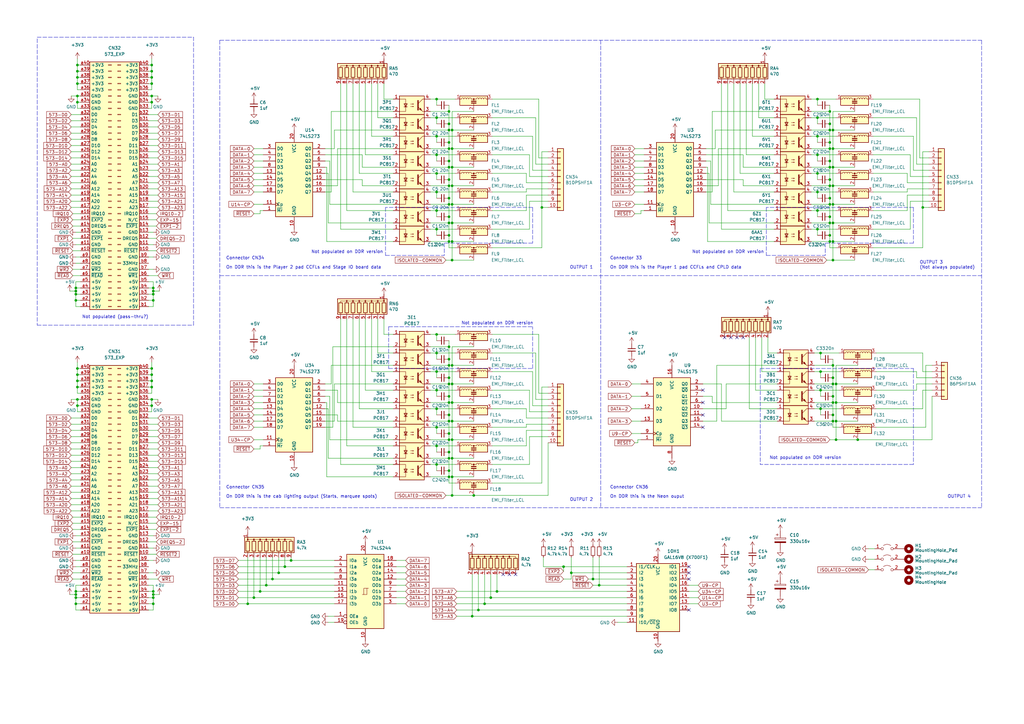
<source format=kicad_sch>
(kicad_sch (version 20211123) (generator eeschema)
  (paper "A3")
  (junction (at 340.36 73.66))
  (junction (at 341.63 99.06))
  (junction (at 184.15 172.72))
  (junction (at 31.115 123.19))
  (junction (at 335.28 86.36))
  (junction (at 179.07 137.16))
  (junction (at 31.115 120.65))
  (junction (at 340.36 50.8))
  (junction (at 179.07 40.64))
  (junction (at 184.15 81.28))
  (junction (at 184.15 58.42))
  (junction (at 184.15 177.8))
  (junction (at 340.36 60.96))
  (junction (at 378.46 85.09))
  (junction (at 340.36 81.28))
  (junction (at 185.42 187.96))
  (junction (at 184.15 53.34))
  (junction (at 231.14 232.41))
  (junction (at 341.63 170.18))
  (junction (at 184.15 99.06))
  (junction (at 185.42 180.34))
  (junction (at 179.07 86.36))
  (junction (at 184.15 162.56))
  (junction (at 62.23 31.75))
  (junction (at 336.55 160.02))
  (junction (at 341.63 162.56))
  (junction (at 179.07 160.02))
  (junction (at 179.07 48.26))
  (junction (at 336.55 167.64))
  (junction (at 184.15 66.04))
  (junction (at 179.07 182.88))
  (junction (at 341.63 157.48))
  (junction (at 62.23 158.75))
  (junction (at 31.75 156.21))
  (junction (at 184.15 149.86))
  (junction (at 185.42 53.34))
  (junction (at 342.9 172.72))
  (junction (at 340.36 96.52))
  (junction (at 335.28 71.12))
  (junction (at 185.42 106.68))
  (junction (at 335.28 55.88))
  (junction (at 184.15 60.96))
  (junction (at 62.865 118.11))
  (junction (at 234.315 234.95))
  (junction (at 62.865 243.84))
  (junction (at 194.31 203.2))
  (junction (at 185.42 60.96))
  (junction (at 185.42 91.44))
  (junction (at 184.15 165.1))
  (junction (at 340.36 68.58))
  (junction (at 62.23 41.91))
  (junction (at 179.07 190.5))
  (junction (at 184.15 88.9))
  (junction (at 184.15 76.2))
  (junction (at 179.07 55.88))
  (junction (at 335.28 63.5))
  (junction (at 185.42 165.1))
  (junction (at 184.15 185.42))
  (junction (at 201.295 245.11))
  (junction (at 336.55 152.4))
  (junction (at 185.42 157.48))
  (junction (at 31.75 163.83))
  (junction (at 31.75 41.91))
  (junction (at 62.23 166.37))
  (junction (at 184.15 180.34))
  (junction (at 336.55 144.78))
  (junction (at 31.115 243.84))
  (junction (at 340.36 99.06))
  (junction (at 62.23 151.13))
  (junction (at 184.15 157.48))
  (junction (at 31.115 118.11))
  (junction (at 31.75 31.75))
  (junction (at 62.23 29.21))
  (junction (at 185.42 195.58))
  (junction (at 340.36 88.9))
  (junction (at 179.07 167.64))
  (junction (at 184.15 187.96))
  (junction (at 185.42 203.2))
  (junction (at 184.15 170.18))
  (junction (at 179.07 152.4))
  (junction (at 31.75 151.13))
  (junction (at 184.15 91.44))
  (junction (at 184.15 154.94))
  (junction (at 184.15 147.32))
  (junction (at 104.14 245.11))
  (junction (at 184.15 96.52))
  (junction (at 62.865 120.65))
  (junction (at 340.36 58.42))
  (junction (at 184.15 83.82))
  (junction (at 351.79 180.34))
  (junction (at 335.28 40.64))
  (junction (at 341.63 149.86))
  (junction (at 341.63 106.68))
  (junction (at 62.865 119.38))
  (junction (at 341.63 172.72))
  (junction (at 335.28 93.98))
  (junction (at 184.15 73.66))
  (junction (at 114.3 234.95))
  (junction (at 179.07 71.12))
  (junction (at 185.42 83.82))
  (junction (at 62.865 242.57))
  (junction (at 31.75 39.37))
  (junction (at 184.15 193.04))
  (junction (at 31.115 119.38))
  (junction (at 342.9 180.34))
  (junction (at 31.75 158.75))
  (junction (at 179.07 175.26))
  (junction (at 340.36 76.2))
  (junction (at 31.75 153.67))
  (junction (at 335.28 48.26))
  (junction (at 342.9 165.1))
  (junction (at 179.07 78.74))
  (junction (at 203.835 242.57))
  (junction (at 31.115 247.65))
  (junction (at 62.23 156.21))
  (junction (at 341.63 60.96))
  (junction (at 198.755 247.65))
  (junction (at 62.865 123.19))
  (junction (at 341.63 154.94))
  (junction (at 62.23 39.37))
  (junction (at 185.42 76.2))
  (junction (at 341.63 76.2))
  (junction (at 119.38 229.87))
  (junction (at 62.865 247.65))
  (junction (at 335.28 78.74))
  (junction (at 340.36 53.34))
  (junction (at 179.07 144.78))
  (junction (at 245.745 240.03))
  (junction (at 341.63 165.1))
  (junction (at 31.75 29.21))
  (junction (at 31.75 34.29))
  (junction (at 340.36 91.44))
  (junction (at 185.42 99.06))
  (junction (at 196.215 250.19))
  (junction (at 179.07 93.98))
  (junction (at 340.36 66.04))
  (junction (at 62.23 26.67))
  (junction (at 341.63 91.44))
  (junction (at 62.23 153.67))
  (junction (at 184.15 50.8))
  (junction (at 184.15 142.24))
  (junction (at 342.9 157.48))
  (junction (at 116.84 232.41))
  (junction (at 31.115 242.57))
  (junction (at 185.42 149.86))
  (junction (at 341.63 83.82))
  (junction (at 185.42 68.58))
  (junction (at 179.07 63.5))
  (junction (at 62.23 163.83))
  (junction (at 31.75 26.67))
  (junction (at 341.63 53.34))
  (junction (at 185.42 172.72))
  (junction (at 184.15 45.72))
  (junction (at 31.115 245.11))
  (junction (at 222.25 85.09))
  (junction (at 31.75 166.37))
  (junction (at 340.36 83.82))
  (junction (at 184.15 68.58))
  (junction (at 62.23 34.29))
  (junction (at 184.15 195.58))
  (junction (at 62.865 245.11))
  (junction (at 111.76 237.49))
  (junction (at 109.22 240.03))
  (junction (at 341.63 68.58))
  (junction (at 106.68 242.57))
  (junction (at 243.205 237.49))
  (junction (at 193.675 252.73))
  (junction (at 101.6 247.65))
  (junction (at 340.36 45.72))
  (no_connect (at 288.29 165.1))
  (no_connect (at 288.29 175.26))
  (no_connect (at 288.29 170.18))
  (no_connect (at 288.29 160.02))
  (no_connect (at 302.26 138.43))
  (no_connect (at 297.18 138.43))
  (no_connect (at 282.575 237.49))
  (no_connect (at 282.575 234.95))
  (no_connect (at 304.8 138.43))
  (no_connect (at 282.575 232.41))
  (no_connect (at 208.915 235.585))
  (no_connect (at 211.455 235.585))
  (no_connect (at 206.375 235.585))
  (no_connect (at 282.575 250.19))
  (no_connect (at 299.72 138.43))
  (wire (pts (xy 196.215 250.19) (xy 196.215 235.585)))
  (wire (pts (xy 298.45 86.36) (xy 298.45 34.29)))
  (wire (pts (xy 306.07 63.5) (xy 306.07 34.29)))
  (wire (pts (xy 176.53 187.96) (xy 184.15 187.96)))
  (wire (pts (xy 259.08 157.48) (xy 262.89 157.48)))
  (wire (pts (xy 187.325 252.73) (xy 193.675 252.73)))
  (wire (pts (xy 62.865 120.65) (xy 60.96 120.65)))
  (wire (pts (xy 62.23 158.75) (xy 62.23 161.29)))
  (wire (pts (xy 381 62.23) (xy 378.46 62.23)))
  (wire (pts (xy 104.14 245.11) (xy 104.14 228.6)))
  (wire (pts (xy 161.29 63.5) (xy 149.86 63.5)))
  (wire (pts (xy 335.28 48.26) (xy 335.28 50.8)))
  (wire (pts (xy 335.28 63.5) (xy 332.74 63.5)))
  (wire (pts (xy 341.63 68.58) (xy 341.63 76.2)))
  (wire (pts (xy 304.8 68.58) (xy 317.5 68.58)))
  (wire (pts (xy 314.96 144.78) (xy 318.77 144.78)))
  (wire (pts (xy 291.465 83.82) (xy 317.5 83.82)))
  (polyline (pts (xy 159.385 151.13) (xy 218.44 151.13)))
  (wire (pts (xy 312.42 152.4) (xy 312.42 138.43)))
  (polyline (pts (xy 90.17 16.51) (xy 90.17 208.28)))
  (wire (pts (xy 161.29 175.26) (xy 144.78 175.26)))
  (wire (pts (xy 340.36 81.28) (xy 340.36 76.2)))
  (wire (pts (xy 62.23 166.37) (xy 60.96 166.37)))
  (wire (pts (xy 114.3 234.95) (xy 114.3 228.6)))
  (wire (pts (xy 135.255 66.04) (xy 133.35 66.04)))
  (wire (pts (xy 260.35 73.66) (xy 264.16 73.66)))
  (wire (pts (xy 184.15 76.2) (xy 184.15 73.66)))
  (wire (pts (xy 341.63 60.96) (xy 341.63 68.58)))
  (wire (pts (xy 111.76 237.49) (xy 111.76 228.6)))
  (wire (pts (xy 297.815 157.48) (xy 297.815 167.64)))
  (wire (pts (xy 62.865 118.11) (xy 60.96 118.11)))
  (wire (pts (xy 31.115 118.11) (xy 33.02 118.11)))
  (wire (pts (xy 29.21 57.15) (xy 33.02 57.15)))
  (wire (pts (xy 157.48 130.81) (xy 157.48 137.16)))
  (wire (pts (xy 201.93 137.16) (xy 220.98 137.16)))
  (wire (pts (xy 64.135 222.25) (xy 60.96 222.25)))
  (wire (pts (xy 186.69 86.36) (xy 179.07 86.36)))
  (wire (pts (xy 379.73 149.86) (xy 379.73 175.26)))
  (polyline (pts (xy 90.17 208.28) (xy 402.59 208.28)))
  (wire (pts (xy 260.35 87.63) (xy 262.89 87.63)))
  (wire (pts (xy 381 80.01) (xy 372.11 80.01)))
  (wire (pts (xy 60.96 69.85) (xy 64.77 69.85)))
  (wire (pts (xy 60.96 54.61) (xy 64.77 54.61)))
  (wire (pts (xy 134.62 91.44) (xy 161.29 91.44)))
  (wire (pts (xy 62.865 120.65) (xy 62.865 119.38)))
  (wire (pts (xy 107.95 182.88) (xy 106.68 182.88)))
  (wire (pts (xy 62.23 24.13) (xy 62.23 26.67)))
  (wire (pts (xy 222.25 101.6) (xy 222.25 85.09)))
  (wire (pts (xy 60.96 171.45) (xy 64.77 171.45)))
  (wire (pts (xy 133.985 195.58) (xy 161.29 195.58)))
  (wire (pts (xy 292.1 45.72) (xy 317.5 45.72)))
  (wire (pts (xy 104.14 87.63) (xy 106.68 87.63)))
  (wire (pts (xy 340.36 68.58) (xy 340.36 66.04)))
  (wire (pts (xy 62.865 95.25) (xy 60.96 95.25)))
  (wire (pts (xy 184.15 180.34) (xy 184.15 177.8)))
  (wire (pts (xy 134.62 71.12) (xy 133.35 71.12)))
  (wire (pts (xy 184.15 45.72) (xy 184.15 50.8)))
  (wire (pts (xy 62.865 247.65) (xy 62.865 245.11)))
  (wire (pts (xy 220.98 161.29) (xy 220.98 137.16)))
  (wire (pts (xy 372.11 86.36) (xy 358.14 86.36)))
  (wire (pts (xy 179.07 55.88) (xy 179.07 58.42)))
  (wire (pts (xy 64.77 85.09) (xy 60.96 85.09)))
  (wire (pts (xy 186.69 182.88) (xy 179.07 182.88)))
  (wire (pts (xy 336.55 160.02) (xy 336.55 162.56)))
  (polyline (pts (xy 374.65 151.13) (xy 374.65 190.5)))
  (wire (pts (xy 62.865 250.19) (xy 62.865 247.65)))
  (wire (pts (xy 245.745 228.6) (xy 245.745 240.03)))
  (wire (pts (xy 179.07 78.74) (xy 176.53 78.74)))
  (polyline (pts (xy 374.65 85.09) (xy 374.65 99.695)))
  (wire (pts (xy 157.48 40.64) (xy 161.29 40.64)))
  (wire (pts (xy 176.53 45.72) (xy 184.15 45.72)))
  (wire (pts (xy 62.865 100.33) (xy 60.96 100.33)))
  (wire (pts (xy 60.96 181.61) (xy 64.77 181.61)))
  (wire (pts (xy 106.68 242.57) (xy 97.79 242.57)))
  (wire (pts (xy 114.3 234.95) (xy 137.16 234.95)))
  (wire (pts (xy 179.07 182.88) (xy 176.53 182.88)))
  (wire (pts (xy 133.35 63.5) (xy 148.59 63.5)))
  (wire (pts (xy 60.96 44.45) (xy 62.23 44.45)))
  (wire (pts (xy 344.17 144.78) (xy 336.55 144.78)))
  (wire (pts (xy 106.68 242.57) (xy 137.16 242.57)))
  (wire (pts (xy 231.14 232.41) (xy 231.14 234.315)))
  (wire (pts (xy 64.135 90.17) (xy 60.96 90.17)))
  (wire (pts (xy 184.15 139.7) (xy 184.15 142.24)))
  (wire (pts (xy 179.07 144.78) (xy 176.53 144.78)))
  (wire (pts (xy 161.29 93.98) (xy 139.7 93.98)))
  (polyline (pts (xy 311.785 151.13) (xy 374.65 151.13)))
  (wire (pts (xy 381 77.47) (xy 372.11 77.47)))
  (wire (pts (xy 60.96 176.53) (xy 64.77 176.53)))
  (wire (pts (xy 62.23 168.91) (xy 62.23 166.37)))
  (wire (pts (xy 184.15 66.04) (xy 184.15 60.96)))
  (wire (pts (xy 341.63 99.06) (xy 350.52 99.06)))
  (wire (pts (xy 135.89 157.48) (xy 133.35 157.48)))
  (wire (pts (xy 184.15 50.8) (xy 184.15 53.34)))
  (wire (pts (xy 179.07 93.98) (xy 176.53 93.98)))
  (wire (pts (xy 381 82.55) (xy 373.38 82.55)))
  (wire (pts (xy 304.8 63.5) (xy 304.8 68.58)))
  (wire (pts (xy 149.86 63.5) (xy 149.86 34.29)))
  (wire (pts (xy 224.79 72.39) (xy 217.17 72.39)))
  (wire (pts (xy 136.525 142.24) (xy 161.29 142.24)))
  (wire (pts (xy 133.35 172.72) (xy 137.16 172.72)))
  (wire (pts (xy 179.07 93.98) (xy 179.07 96.52)))
  (wire (pts (xy 224.79 173.99) (xy 215.9 173.99)))
  (wire (pts (xy 62.865 242.57) (xy 60.96 242.57)))
  (wire (pts (xy 340.36 88.9) (xy 340.36 83.82)))
  (polyline (pts (xy 182.245 99.695) (xy 182.245 104.775)))
  (polyline (pts (xy 218.44 99.695) (xy 182.245 99.695)))
  (wire (pts (xy 259.08 162.56) (xy 262.89 162.56)))
  (wire (pts (xy 342.9 172.72) (xy 351.79 172.72)))
  (wire (pts (xy 119.38 229.87) (xy 137.16 229.87)))
  (wire (pts (xy 224.79 181.61) (xy 224.79 203.2)))
  (wire (pts (xy 335.28 93.98) (xy 332.74 93.98)))
  (wire (pts (xy 29.21 64.77) (xy 33.02 64.77)))
  (wire (pts (xy 29.21 207.01) (xy 33.02 207.01)))
  (wire (pts (xy 116.84 232.41) (xy 116.84 228.6)))
  (wire (pts (xy 185.42 187.96) (xy 185.42 195.58)))
  (wire (pts (xy 341.63 165.1) (xy 341.63 162.56)))
  (wire (pts (xy 154.94 130.81) (xy 154.94 144.78)))
  (wire (pts (xy 260.35 63.5) (xy 264.16 63.5)))
  (wire (pts (xy 184.15 185.42) (xy 184.15 180.34)))
  (wire (pts (xy 179.07 78.74) (xy 179.07 81.28)))
  (wire (pts (xy 184.15 154.94) (xy 184.15 149.86)))
  (wire (pts (xy 317.5 71.12) (xy 303.53 71.12)))
  (wire (pts (xy 29.21 184.15) (xy 33.02 184.15)))
  (wire (pts (xy 184.15 170.18) (xy 184.15 165.1)))
  (polyline (pts (xy 311.785 151.13) (xy 311.785 190.5)))
  (wire (pts (xy 341.63 175.26) (xy 341.63 172.72)))
  (wire (pts (xy 340.36 53.34) (xy 332.74 53.34)))
  (wire (pts (xy 29.845 217.17) (xy 33.02 217.17)))
  (wire (pts (xy 332.74 91.44) (xy 340.36 91.44)))
  (wire (pts (xy 104.14 83.82) (xy 107.95 83.82)))
  (wire (pts (xy 29.845 87.63) (xy 33.02 87.63)))
  (wire (pts (xy 334.01 149.86) (xy 341.63 149.86)))
  (wire (pts (xy 179.07 175.26) (xy 176.53 175.26)))
  (wire (pts (xy 224.79 80.01) (xy 215.9 80.01)))
  (wire (pts (xy 62.23 26.67) (xy 60.96 26.67)))
  (wire (pts (xy 29.21 181.61) (xy 33.02 181.61)))
  (wire (pts (xy 134.62 255.27) (xy 137.16 255.27)))
  (wire (pts (xy 224.79 67.31) (xy 219.71 67.31)))
  (wire (pts (xy 29.845 222.25) (xy 33.02 222.25)))
  (wire (pts (xy 31.75 26.67) (xy 33.02 26.67)))
  (wire (pts (xy 104.14 68.58) (xy 107.95 68.58)))
  (wire (pts (xy 303.53 71.12) (xy 303.53 34.29)))
  (wire (pts (xy 185.42 76.2) (xy 185.42 83.82)))
  (wire (pts (xy 31.115 240.03) (xy 33.02 240.03)))
  (wire (pts (xy 134.62 187.96) (xy 134.62 167.64)))
  (wire (pts (xy 342.9 149.86) (xy 342.9 157.48)))
  (wire (pts (xy 29.21 85.09) (xy 33.02 85.09)))
  (wire (pts (xy 60.96 194.31) (xy 64.77 194.31)))
  (wire (pts (xy 262.89 86.36) (xy 262.89 87.63)))
  (wire (pts (xy 318.77 167.64) (xy 307.34 167.64)))
  (polyline (pts (xy 15.24 133.35) (xy 79.375 133.35)))
  (wire (pts (xy 294.005 149.86) (xy 318.77 149.86)))
  (wire (pts (xy 215.9 77.47) (xy 215.9 78.74)))
  (wire (pts (xy 31.115 119.38) (xy 31.115 118.11)))
  (wire (pts (xy 335.28 48.26) (xy 332.74 48.26)))
  (wire (pts (xy 104.14 175.26) (xy 107.95 175.26)))
  (wire (pts (xy 224.79 62.23) (xy 222.25 62.23)))
  (wire (pts (xy 176.53 195.58) (xy 184.15 195.58)))
  (wire (pts (xy 341.63 162.56) (xy 341.63 157.48)))
  (wire (pts (xy 342.9 93.98) (xy 335.28 93.98)))
  (wire (pts (xy 334.01 172.72) (xy 341.63 172.72)))
  (polyline (pts (xy 158.115 104.775) (xy 182.245 104.775)))
  (wire (pts (xy 62.865 125.73) (xy 62.865 123.19)))
  (wire (pts (xy 264.16 86.36) (xy 262.89 86.36)))
  (wire (pts (xy 62.23 166.37) (xy 62.23 163.83)))
  (wire (pts (xy 60.96 64.77) (xy 64.77 64.77)))
  (wire (pts (xy 116.84 232.41) (xy 97.79 232.41)))
  (wire (pts (xy 133.35 76.2) (xy 138.43 76.2)))
  (wire (pts (xy 335.28 86.36) (xy 332.74 86.36)))
  (polyline (pts (xy 314.325 104.775) (xy 338.455 104.775)))
  (wire (pts (xy 375.92 152.4) (xy 375.92 154.94)))
  (wire (pts (xy 198.755 247.65) (xy 257.175 247.65)))
  (wire (pts (xy 217.17 93.98) (xy 201.93 93.98)))
  (wire (pts (xy 62.23 31.75) (xy 62.23 34.29)))
  (wire (pts (xy 29.21 171.45) (xy 33.02 171.45)))
  (polyline (pts (xy 158.115 85.09) (xy 158.115 104.775)))
  (wire (pts (xy 29.21 67.31) (xy 33.02 67.31)))
  (wire (pts (xy 182.88 203.2) (xy 185.42 203.2)))
  (wire (pts (xy 179.07 71.12) (xy 179.07 73.66)))
  (wire (pts (xy 317.5 86.36) (xy 298.45 86.36)))
  (wire (pts (xy 332.74 76.2) (xy 340.36 76.2)))
  (wire (pts (xy 289.56 76.2) (xy 294.64 76.2)))
  (wire (pts (xy 31.115 120.65) (xy 31.115 119.38)))
  (wire (pts (xy 29.845 234.95) (xy 33.02 234.95)))
  (wire (pts (xy 179.07 48.26) (xy 176.53 48.26)))
  (wire (pts (xy 294.64 60.96) (xy 317.5 60.96)))
  (wire (pts (xy 62.23 31.75) (xy 60.96 31.75)))
  (polyline (pts (xy 15.24 15.875) (xy 15.24 133.35)))
  (wire (pts (xy 64.135 92.71) (xy 60.96 92.71)))
  (wire (pts (xy 185.42 68.58) (xy 194.31 68.58)))
  (wire (pts (xy 290.83 91.44) (xy 317.5 91.44)))
  (wire (pts (xy 29.845 214.63) (xy 33.02 214.63)))
  (wire (pts (xy 184.15 149.86) (xy 176.53 149.86)))
  (wire (pts (xy 341.63 45.72) (xy 350.52 45.72)))
  (wire (pts (xy 292.1 165.1) (xy 292.1 162.56)))
  (wire (pts (xy 342.9 149.86) (xy 351.79 149.86)))
  (wire (pts (xy 382.27 154.94) (xy 375.92 154.94)))
  (wire (pts (xy 359.41 167.64) (xy 378.46 167.64)))
  (wire (pts (xy 62.23 148.59) (xy 62.23 151.13)))
  (wire (pts (xy 187.325 247.65) (xy 198.755 247.65)))
  (wire (pts (xy 340.36 91.44) (xy 340.36 88.9)))
  (wire (pts (xy 187.325 245.11) (xy 201.295 245.11)))
  (wire (pts (xy 29.845 92.71) (xy 33.02 92.71)))
  (polyline (pts (xy 314.325 85.09) (xy 314.325 104.775)))
  (wire (pts (xy 64.77 77.47) (xy 60.96 77.47)))
  (wire (pts (xy 152.4 130.81) (xy 152.4 152.4)))
  (wire (pts (xy 179.07 175.26) (xy 179.07 177.8)))
  (wire (pts (xy 201.93 40.64) (xy 220.98 40.64)))
  (wire (pts (xy 104.14 172.72) (xy 107.95 172.72)))
  (wire (pts (xy 351.79 180.34) (xy 382.27 180.34)))
  (wire (pts (xy 31.75 31.75) (xy 33.02 31.75)))
  (wire (pts (xy 149.86 160.02) (xy 149.86 130.81)))
  (wire (pts (xy 185.42 187.96) (xy 194.31 187.96)))
  (wire (pts (xy 341.63 83.82) (xy 341.63 91.44)))
  (polyline (pts (xy 159.385 133.985) (xy 159.385 151.13)))
  (wire (pts (xy 148.59 76.2) (xy 161.29 76.2)))
  (wire (pts (xy 144.78 175.26) (xy 144.78 130.81)))
  (wire (pts (xy 358.14 101.6) (xy 378.46 101.6)))
  (wire (pts (xy 138.43 170.18) (xy 138.43 172.72)))
  (wire (pts (xy 340.36 76.2) (xy 340.36 73.66)))
  (wire (pts (xy 340.36 99.06) (xy 340.36 101.6)))
  (wire (pts (xy 336.55 167.64) (xy 336.55 170.18)))
  (wire (pts (xy 29.21 82.55) (xy 33.02 82.55)))
  (wire (pts (xy 378.46 101.6) (xy 378.46 85.09)))
  (wire (pts (xy 186.69 144.78) (xy 179.07 144.78)))
  (wire (pts (xy 378.46 85.09) (xy 381 85.09)))
  (wire (pts (xy 182.88 106.68) (xy 185.42 106.68)))
  (wire (pts (xy 31.75 36.83) (xy 33.02 36.83)))
  (wire (pts (xy 186.69 78.74) (xy 179.07 78.74)))
  (wire (pts (xy 234.315 234.95) (xy 234.315 228.6)))
  (wire (pts (xy 198.755 235.585) (xy 198.755 247.65)))
  (wire (pts (xy 290.195 68.58) (xy 290.195 99.06)))
  (wire (pts (xy 179.07 55.88) (xy 176.53 55.88)))
  (wire (pts (xy 33.02 125.73) (xy 31.115 125.73)))
  (wire (pts (xy 60.96 179.07) (xy 64.77 179.07)))
  (polyline (pts (xy 218.44 151.13) (xy 218.44 133.985)))
  (wire (pts (xy 62.865 247.65) (xy 60.96 247.65)))
  (wire (pts (xy 184.15 177.8) (xy 184.15 172.72)))
  (wire (pts (xy 185.42 76.2) (xy 194.31 76.2)))
  (wire (pts (xy 295.91 93.98) (xy 295.91 34.29)))
  (wire (pts (xy 318.77 160.02) (xy 309.88 160.02)))
  (wire (pts (xy 224.79 168.91) (xy 217.17 168.91)))
  (wire (pts (xy 215.9 86.36) (xy 201.93 86.36)))
  (wire (pts (xy 29.845 227.33) (xy 33.02 227.33)))
  (wire (pts (xy 104.14 71.12) (xy 107.95 71.12)))
  (wire (pts (xy 33.02 168.91) (xy 31.75 168.91)))
  (wire (pts (xy 294.64 76.2) (xy 294.64 60.96)))
  (wire (pts (xy 60.96 184.15) (xy 64.77 184.15)))
  (wire (pts (xy 201.295 245.11) (xy 201.295 235.585)))
  (wire (pts (xy 31.115 243.84) (xy 31.115 242.57)))
  (wire (pts (xy 185.42 68.58) (xy 185.42 76.2)))
  (wire (pts (xy 161.29 55.88) (xy 152.4 55.88)))
  (wire (pts (xy 184.15 157.48) (xy 184.15 154.94)))
  (wire (pts (xy 261.62 181.61) (xy 260.35 181.61)))
  (wire (pts (xy 185.42 99.06) (xy 194.31 99.06)))
  (wire (pts (xy 62.865 234.95) (xy 60.96 234.95)))
  (wire (pts (xy 179.07 152.4) (xy 176.53 152.4)))
  (wire (pts (xy 335.28 55.88) (xy 335.28 58.42)))
  (wire (pts (xy 136.525 175.26) (xy 136.525 142.24)))
  (wire (pts (xy 104.14 160.02) (xy 107.95 160.02)))
  (wire (pts (xy 29.21 74.93) (xy 33.02 74.93)))
  (wire (pts (xy 201.93 55.88) (xy 218.44 55.88)))
  (wire (pts (xy 137.16 157.48) (xy 137.16 172.72)))
  (wire (pts (xy 215.9 80.01) (xy 215.9 86.36)))
  (wire (pts (xy 185.42 60.96) (xy 185.42 68.58)))
  (wire (pts (xy 185.42 195.58) (xy 194.31 195.58)))
  (wire (pts (xy 104.14 167.64) (xy 107.95 167.64)))
  (wire (pts (xy 341.63 60.96) (xy 350.52 60.96)))
  (polyline (pts (xy 374.65 85.09) (xy 314.325 85.09)))
  (wire (pts (xy 372.11 77.47) (xy 372.11 78.74)))
  (wire (pts (xy 359.41 160.02) (xy 375.92 160.02)))
  (wire (pts (xy 307.34 167.64) (xy 307.34 138.43)))
  (wire (pts (xy 31.75 156.21) (xy 33.02 156.21)))
  (wire (pts (xy 231.14 232.41) (xy 222.885 232.41)))
  (wire (pts (xy 62.23 44.45) (xy 62.23 41.91)))
  (wire (pts (xy 215.9 167.64) (xy 201.93 167.64)))
  (wire (pts (xy 224.79 163.83) (xy 219.71 163.83)))
  (wire (pts (xy 161.29 160.02) (xy 149.86 160.02)))
  (wire (pts (xy 133.985 68.58) (xy 133.35 68.58)))
  (wire (pts (xy 133.985 165.1) (xy 133.985 195.58)))
  (wire (pts (xy 62.865 229.87) (xy 60.96 229.87)))
  (wire (pts (xy 336.55 160.02) (xy 334.01 160.02)))
  (wire (pts (xy 243.205 240.03) (xy 245.745 240.03)))
  (wire (pts (xy 138.43 160.02) (xy 138.43 165.1)))
  (wire (pts (xy 101.6 247.65) (xy 101.6 228.6)))
  (wire (pts (xy 142.24 86.36) (xy 142.24 34.29)))
  (wire (pts (xy 260.35 60.96) (xy 264.16 60.96)))
  (wire (pts (xy 148.59 73.66) (xy 148.59 76.2)))
  (wire (pts (xy 339.09 106.68) (xy 341.63 106.68)))
  (wire (pts (xy 104.14 245.11) (xy 97.79 245.11)))
  (wire (pts (xy 185.42 83.82) (xy 194.31 83.82)))
  (wire (pts (xy 176.53 76.2) (xy 184.15 76.2)))
  (wire (pts (xy 179.07 152.4) (xy 179.07 154.94)))
  (wire (pts (xy 31.75 148.59) (xy 31.75 151.13)))
  (wire (pts (xy 286.385 245.11) (xy 282.575 245.11)))
  (wire (pts (xy 220.98 64.77) (xy 220.98 40.64)))
  (wire (pts (xy 144.78 78.74) (xy 144.78 34.29)))
  (wire (pts (xy 231.14 237.49) (xy 234.315 237.49)))
  (wire (pts (xy 313.69 40.64) (xy 317.5 40.64)))
  (wire (pts (xy 344.17 152.4) (xy 336.55 152.4)))
  (wire (pts (xy 185.42 203.2) (xy 194.31 203.2)))
  (wire (pts (xy 359.41 175.26) (xy 379.73 175.26)))
  (wire (pts (xy 185.42 142.24) (xy 194.31 142.24)))
  (wire (pts (xy 341.63 53.34) (xy 341.63 60.96)))
  (wire (pts (xy 186.69 190.5) (xy 179.07 190.5)))
  (polyline (pts (xy 159.385 133.985) (xy 218.44 133.985)))
  (wire (pts (xy 340.36 101.6) (xy 342.9 101.6)))
  (wire (pts (xy 31.115 100.33) (xy 33.02 100.33)))
  (wire (pts (xy 336.55 167.64) (xy 334.01 167.64)))
  (wire (pts (xy 101.6 247.65) (xy 137.16 247.65)))
  (wire (pts (xy 62.865 245.11) (xy 60.96 245.11)))
  (wire (pts (xy 60.96 196.85) (xy 64.77 196.85)))
  (wire (pts (xy 135.89 45.72) (xy 135.89 78.74)))
  (wire (pts (xy 372.11 80.01) (xy 372.11 86.36)))
  (wire (pts (xy 97.79 234.95) (xy 114.3 234.95)))
  (wire (pts (xy 217.17 168.91) (xy 217.17 160.02)))
  (wire (pts (xy 29.21 46.99) (xy 33.02 46.99)))
  (wire (pts (xy 179.07 190.5) (xy 176.53 190.5)))
  (wire (pts (xy 139.7 93.98) (xy 139.7 34.29)))
  (polyline (pts (xy 374.65 190.5) (xy 311.785 190.5)))
  (wire (pts (xy 31.75 44.45) (xy 31.75 41.91)))
  (wire (pts (xy 219.71 67.31) (xy 219.71 48.26)))
  (wire (pts (xy 332.74 83.82) (xy 340.36 83.82)))
  (wire (pts (xy 185.42 165.1) (xy 194.31 165.1)))
  (wire (pts (xy 224.79 179.07) (xy 217.17 179.07)))
  (wire (pts (xy 317.5 55.88) (xy 308.61 55.88)))
  (wire (pts (xy 186.69 40.64) (xy 179.07 40.64)))
  (wire (pts (xy 29.21 173.99) (xy 33.02 173.99)))
  (wire (pts (xy 201.295 245.11) (xy 257.175 245.11)))
  (wire (pts (xy 134.62 252.73) (xy 137.16 252.73)))
  (wire (pts (xy 342.9 172.72) (xy 342.9 180.34)))
  (polyline (pts (xy 90.17 16.51) (xy 402.59 16.51)))
  (wire (pts (xy 161.29 48.26) (xy 154.94 48.26)))
  (wire (pts (xy 166.37 245.11) (xy 162.56 245.11)))
  (wire (pts (xy 176.53 91.44) (xy 184.15 91.44)))
  (wire (pts (xy 217.17 82.55) (xy 217.17 93.98)))
  (wire (pts (xy 64.77 207.01) (xy 60.96 207.01)))
  (wire (pts (xy 340.36 180.34) (xy 342.9 180.34)))
  (wire (pts (xy 304.8 73.66) (xy 304.8 76.2)))
  (wire (pts (xy 378.46 144.78) (xy 378.46 152.4)))
  (wire (pts (xy 224.79 158.75) (xy 222.25 158.75)))
  (wire (pts (xy 224.79 166.37) (xy 218.44 166.37)))
  (wire (pts (xy 137.16 53.34) (xy 161.29 53.34)))
  (wire (pts (xy 147.32 71.12) (xy 147.32 34.29)))
  (wire (pts (xy 217.17 190.5) (xy 201.93 190.5)))
  (wire (pts (xy 185.42 91.44) (xy 185.42 99.06)))
  (wire (pts (xy 224.79 82.55) (xy 217.17 82.55)))
  (wire (pts (xy 135.255 180.34) (xy 161.29 180.34)))
  (wire (pts (xy 372.11 74.93) (xy 372.11 71.12)))
  (wire (pts (xy 142.24 182.88) (xy 142.24 130.81)))
  (wire (pts (xy 295.91 157.48) (xy 295.91 172.72)))
  (wire (pts (xy 166.37 242.57) (xy 162.56 242.57)))
  (wire (pts (xy 62.865 245.11) (xy 62.865 243.84)))
  (wire (pts (xy 62.23 151.13) (xy 60.96 151.13)))
  (wire (pts (xy 185.42 157.48) (xy 185.42 165.1)))
  (wire (pts (xy 62.865 115.57) (xy 60.96 115.57)))
  (wire (pts (xy 179.07 182.88) (xy 179.07 185.42)))
  (wire (pts (xy 193.675 252.73) (xy 257.175 252.73)))
  (wire (pts (xy 62.865 243.84) (xy 62.865 242.57)))
  (wire (pts (xy 300.99 78.74) (xy 300.99 34.29)))
  (wire (pts (xy 31.75 153.67) (xy 33.02 153.67)))
  (wire (pts (xy 104.14 60.96) (xy 107.95 60.96)))
  (wire (pts (xy 31.115 115.57) (xy 33.02 115.57)))
  (wire (pts (xy 62.23 26.67) (xy 62.23 29.21)))
  (wire (pts (xy 31.115 224.79) (xy 33.02 224.79)))
  (wire (pts (xy 341.63 149.86) (xy 341.63 154.94)))
  (wire (pts (xy 31.75 158.75) (xy 33.02 158.75)))
  (wire (pts (xy 29.845 113.03) (xy 33.02 113.03)))
  (wire (pts (xy 262.89 180.34) (xy 261.62 180.34)))
  (wire (pts (xy 381 64.77) (xy 377.19 64.77)))
  (wire (pts (xy 356.235 225.044) (xy 358.775 225.044)))
  (wire (pts (xy 31.115 245.11) (xy 31.115 243.84)))
  (wire (pts (xy 201.93 152.4) (xy 218.44 152.4)))
  (wire (pts (xy 215.9 173.99) (xy 215.9 175.26)))
  (wire (pts (xy 29.21 176.53) (xy 33.02 176.53)))
  (wire (pts (xy 288.29 157.48) (xy 295.91 157.48)))
  (wire (pts (xy 259.08 172.72) (xy 262.89 172.72)))
  (wire (pts (xy 332.74 68.58) (xy 340.36 68.58)))
  (wire (pts (xy 292.1 78.74) (xy 289.56 78.74)))
  (wire (pts (xy 382.27 152.4) (xy 378.46 152.4)))
  (wire (pts (xy 382.27 162.56) (xy 382.27 180.34)))
  (wire (pts (xy 135.255 83.82) (xy 161.29 83.82)))
  (wire (pts (xy 234.315 234.95) (xy 234.315 237.49)))
  (wire (pts (xy 133.35 165.1) (xy 133.985 165.1)))
  (wire (pts (xy 184.15 88.9) (xy 184.15 83.82)))
  (wire (pts (xy 332.74 45.72) (xy 340.36 45.72)))
  (wire (pts (xy 60.96 168.91) (xy 62.23 168.91)))
  (wire (pts (xy 29.21 59.69) (xy 33.02 59.69)))
  (wire (pts (xy 29.21 179.07) (xy 33.02 179.07)))
  (wire (pts (xy 31.75 161.29) (xy 33.02 161.29)))
  (wire (pts (xy 31.75 41.91) (xy 31.75 39.37)))
  (wire (pts (xy 340.36 66.04) (xy 340.36 60.96)))
  (wire (pts (xy 29.21 80.01) (xy 33.02 80.01)))
  (wire (pts (xy 341.63 170.18) (xy 341.63 165.1)))
  (wire (pts (xy 60.96 46.99) (xy 64.77 46.99)))
  (wire (pts (xy 185.42 149.86) (xy 185.42 157.48)))
  (wire (pts (xy 342.9 78.74) (xy 335.28 78.74)))
  (wire (pts (xy 201.93 48.26) (xy 219.71 48.26)))
  (wire (pts (xy 29.845 102.87) (xy 33.02 102.87)))
  (wire (pts (xy 29.21 201.93) (xy 33.02 201.93)))
  (wire (pts (xy 60.96 62.23) (xy 64.77 62.23)))
  (wire (pts (xy 308.61 55.88) (xy 308.61 34.29)))
  (wire (pts (xy 62.23 41.91) (xy 60.96 41.91)))
  (wire (pts (xy 31.115 242.57) (xy 31.115 240.03)))
  (wire (pts (xy 342.9 48.26) (xy 335.28 48.26)))
  (wire (pts (xy 378.46 167.64) (xy 378.46 160.02)))
  (wire (pts (xy 372.11 71.12) (xy 358.14 71.12)))
  (wire (pts (xy 373.38 63.5) (xy 358.14 63.5)))
  (wire (pts (xy 133.35 175.26) (xy 136.525 175.26)))
  (wire (pts (xy 186.69 93.98) (xy 179.07 93.98)))
  (wire (pts (xy 245.745 240.03) (xy 257.175 240.03)))
  (wire (pts (xy 161.29 167.64) (xy 147.32 167.64)))
  (wire (pts (xy 139.7 130.81) (xy 139.7 190.5)))
  (wire (pts (xy 62.23 34.29) (xy 60.96 34.29)))
  (wire (pts (xy 135.89 149.86) (xy 135.89 157.48)))
  (wire (pts (xy 186.69 63.5) (xy 179.07 63.5)))
  (wire (pts (xy 60.96 59.69) (xy 64.77 59.69)))
  (wire (pts (xy 154.94 48.26) (xy 154.94 34.29)))
  (wire (pts (xy 344.17 167.64) (xy 336.55 167.64)))
  (wire (pts (xy 161.29 86.36) (xy 142.24 86.36)))
  (wire (pts (xy 109.22 240.03) (xy 137.16 240.03)))
  (wire (pts (xy 186.69 167.64) (xy 179.07 167.64)))
  (polyline (pts (xy 15.24 15.24) (xy 79.375 15.24)))
  (wire (pts (xy 31.115 107.95) (xy 33.02 107.95)))
  (wire (pts (xy 33.02 44.45) (xy 31.75 44.45)))
  (wire (pts (xy 166.37 247.65) (xy 162.56 247.65)))
  (wire (pts (xy 62.865 123.19) (xy 62.865 120.65)))
  (wire (pts (xy 297.815 157.48) (xy 318.77 157.48)))
  (wire (pts (xy 104.14 170.18) (xy 107.95 170.18)))
  (wire (pts (xy 203.835 235.585) (xy 203.835 242.57)))
  (wire (pts (xy 101.6 247.65) (xy 97.79 247.65)))
  (wire (pts (xy 138.43 60.96) (xy 161.29 60.96)))
  (wire (pts (xy 224.79 171.45) (xy 215.9 171.45)))
  (wire (pts (xy 64.135 97.79) (xy 60.96 97.79)))
  (wire (pts (xy 60.96 57.15) (xy 64.77 57.15)))
  (wire (pts (xy 335.28 71.12) (xy 332.74 71.12)))
  (wire (pts (xy 29.845 237.49) (xy 33.02 237.49)))
  (wire (pts (xy 62.865 118.11) (xy 62.865 115.57)))
  (wire (pts (xy 60.96 189.23) (xy 64.77 189.23)))
  (wire (pts (xy 179.07 190.5) (xy 179.07 193.04)))
  (wire (pts (xy 176.53 68.58) (xy 184.15 68.58)))
  (wire (pts (xy 60.96 67.31) (xy 64.77 67.31)))
  (wire (pts (xy 152.4 152.4) (xy 161.29 152.4)))
  (wire (pts (xy 341.63 76.2) (xy 341.63 83.82)))
  (wire (pts (xy 152.4 55.88) (xy 152.4 34.29)))
  (wire (pts (xy 31.75 158.75) (xy 31.75 161.29)))
  (wire (pts (xy 317.5 48.26) (xy 311.15 48.26)))
  (wire (pts (xy 104.14 184.15) (xy 106.68 184.15)))
  (wire (pts (xy 260.35 66.04) (xy 264.16 66.04)))
  (wire (pts (xy 358.14 48.26) (xy 375.92 48.26)))
  (wire (pts (xy 31.115 250.19) (xy 31.115 247.65)))
  (wire (pts (xy 176.53 60.96) (xy 184.15 60.96)))
  (wire (pts (xy 218.44 166.37) (xy 218.44 152.4)))
  (wire (pts (xy 290.195 99.06) (xy 317.5 99.06)))
  (wire (pts (xy 135.255 66.04) (xy 135.255 83.82)))
  (wire (pts (xy 342.9 86.36) (xy 335.28 86.36)))
  (wire (pts (xy 62.23 161.29) (xy 60.96 161.29)))
  (wire (pts (xy 176.53 165.1) (xy 184.15 165.1)))
  (wire (pts (xy 260.35 68.58) (xy 264.16 68.58)))
  (wire (pts (xy 222.885 232.41) (xy 222.885 228.6)))
  (wire (pts (xy 29.21 54.61) (xy 33.02 54.61)))
  (wire (pts (xy 133.985 68.58) (xy 133.985 99.06)))
  (wire (pts (xy 62.865 242.57) (xy 62.865 240.03)))
  (wire (pts (xy 194.31 203.2) (xy 224.79 203.2)))
  (wire (pts (xy 185.42 172.72) (xy 185.42 180.34)))
  (wire (pts (xy 62.23 34.29) (xy 62.23 36.83)))
  (wire (pts (xy 224.79 74.93) (xy 215.9 74.93)))
  (wire (pts (xy 290.83 71.12) (xy 290.83 91.44)))
  (wire (pts (xy 336.55 152.4) (xy 334.01 152.4)))
  (wire (pts (xy 341.63 154.94) (xy 341.63 157.48)))
  (wire (pts (xy 184.15 195.58) (xy 184.15 193.04)))
  (wire (pts (xy 31.115 123.19) (xy 31.115 120.65)))
  (wire (pts (xy 29.21 39.37) (xy 31.75 39.37)))
  (wire (pts (xy 340.36 43.18) (xy 340.36 45.72)))
  (wire (pts (xy 65.405 243.84) (xy 62.865 243.84)))
  (wire (pts (xy 29.21 199.39) (xy 33.02 199.39)))
  (wire (pts (xy 243.205 237.49) (xy 257.175 237.49)))
  (wire (pts (xy 184.15 142.24) (xy 184.15 147.32)))
  (wire (pts (xy 335.28 93.98) (xy 335.28 96.52)))
  (wire (pts (xy 31.115 105.41) (xy 33.02 105.41)))
  (wire (pts (xy 179.07 86.36) (xy 179.07 88.9)))
  (wire (pts (xy 31.115 219.71) (xy 33.02 219.71)))
  (wire (pts (xy 340.36 60.96) (xy 340.36 58.42)))
  (wire (pts (xy 215.9 182.88) (xy 201.93 182.88)))
  (wire (pts (xy 293.37 53.34) (xy 317.5 53.34)))
  (wire (pts (xy 135.89 45.72) (xy 161.29 45.72)))
  (wire (pts (xy 317.5 76.2) (xy 304.8 76.2)))
  (wire (pts (xy 185.42 53.34) (xy 194.31 53.34)))
  (wire (pts (xy 60.96 212.09) (xy 64.135 212.09)))
  (wire (pts (xy 31.75 151.13) (xy 33.02 151.13)))
  (wire (pts (xy 382.27 149.86) (xy 379.73 149.86)))
  (wire (pts (xy 64.135 217.17) (xy 60.96 217.17)))
  (wire (pts (xy 332.74 99.06) (xy 340.36 99.06)))
  (wire (pts (xy 60.96 52.07) (xy 64.77 52.07)))
  (wire (pts (xy 176.53 99.06) (xy 184.15 99.06)))
  (polyline (pts (xy 246.38 16.51) (xy 246.38 208.28)))
  (wire (pts (xy 109.22 240.03) (xy 97.79 240.03)))
  (wire (pts (xy 179.07 71.12) (xy 176.53 71.12)))
  (wire (pts (xy 259.08 177.8) (xy 262.89 177.8)))
  (wire (pts (xy 137.16 53.34) (xy 137.16 60.96)))
  (wire (pts (xy 340.36 96.52) (xy 340.36 91.44)))
  (polyline (pts (xy 218.44 85.09) (xy 158.115 85.09)))
  (wire (pts (xy 222.25 85.09) (xy 224.79 85.09)))
  (wire (pts (xy 60.96 87.63) (xy 64.135 87.63)))
  (wire (pts (xy 381 72.39) (xy 373.38 72.39)))
  (wire (pts (xy 62.23 156.21) (xy 60.96 156.21)))
  (wire (pts (xy 374.65 69.85) (xy 374.65 55.88)))
  (wire (pts (xy 185.42 60.96) (xy 194.31 60.96)))
  (wire (pts (xy 166.37 234.95) (xy 162.56 234.95)))
  (wire (pts (xy 60.96 72.39) (xy 64.77 72.39)))
  (wire (pts (xy 359.41 152.4) (xy 375.92 152.4)))
  (wire (pts (xy 335.28 55.88) (xy 332.74 55.88)))
  (wire (pts (xy 257.175 232.41) (xy 231.14 232.41)))
  (wire (pts (xy 215.9 78.74) (xy 201.93 78.74)))
  (wire (pts (xy 179.07 137.16) (xy 179.07 139.7)))
  (wire (pts (xy 109.22 240.03) (xy 109.22 228.6)))
  (wire (pts (xy 356.235 229.362) (xy 358.775 229.362)))
  (wire (pts (xy 311.15 48.26) (xy 311.15 34.29)))
  (wire (pts (xy 217.17 63.5) (xy 201.93 63.5)))
  (wire (pts (xy 29.21 72.39) (xy 33.02 72.39)))
  (wire (pts (xy 62.23 158.75) (xy 60.96 158.75)))
  (wire (pts (xy 60.96 49.53) (xy 64.77 49.53)))
  (wire (pts (xy 344.17 175.26) (xy 341.63 175.26)))
  (wire (pts (xy 218.44 69.85) (xy 218.44 55.88)))
  (wire (pts (xy 217.17 72.39) (xy 217.17 63.5)))
  (wire (pts (xy 28.575 119.38) (xy 31.115 119.38)))
  (wire (pts (xy 161.29 71.12) (xy 147.32 71.12)))
  (wire (pts (xy 286.385 240.03) (xy 282.575 240.03)))
  (wire (pts (xy 317.5 93.98) (xy 295.91 93.98)))
  (wire (pts (xy 378.46 62.23) (xy 378.46 85.09)))
  (wire (pts (xy 309.88 160.02) (xy 309.88 138.43)))
  (wire (pts (xy 29.21 52.07) (xy 33.02 52.07)))
  (wire (pts (xy 185.42 83.82) (xy 185.42 91.44)))
  (wire (pts (xy 64.77 201.93) (xy 60.96 201.93)))
  (wire (pts (xy 62.23 29.21) (xy 62.23 31.75)))
  (wire (pts (xy 201.93 198.12) (xy 222.25 198.12)))
  (wire (pts (xy 222.25 158.75) (xy 222.25 198.12)))
  (wire (pts (xy 31.115 120.65) (xy 33.02 120.65)))
  (wire (pts (xy 342.9 165.1) (xy 342.9 172.72)))
  (polyline (pts (xy 79.375 133.35) (xy 79.375 15.24)))
  (wire (pts (xy 184.15 147.32) (xy 184.15 149.86)))
  (wire (pts (xy 332.74 60.96) (xy 340.36 60.96)))
  (wire (pts (xy 135.89 149.86) (xy 161.29 149.86)))
  (wire (pts (xy 184.15 60.96) (xy 184.15 58.42)))
  (wire (pts (xy 28.575 243.84) (xy 31.115 243.84)))
  (wire (pts (xy 341.63 83.82) (xy 350.52 83.82)))
  (wire (pts (xy 224.79 64.77) (xy 220.98 64.77)))
  (wire (pts (xy 31.115 229.87) (xy 33.02 229.87)))
  (wire (pts (xy 184.15 101.6) (xy 186.69 101.6)))
  (wire (pts (xy 64.77 163.83) (xy 62.23 163.83)))
  (wire (pts (xy 342.9 63.5) (xy 335.28 63.5)))
  (wire (pts (xy 148.59 68.58) (xy 161.29 68.58)))
  (wire (pts (xy 62.23 151.13) (xy 62.23 153.67)))
  (wire (pts (xy 60.96 186.69) (xy 64.77 186.69)))
  (wire (pts (xy 137.16 157.48) (xy 161.29 157.48)))
  (wire (pts (xy 291.465 66.04) (xy 291.465 83.82)))
  (wire (pts (xy 335.28 63.5) (xy 335.28 66.04)))
  (wire (pts (xy 317.5 78.74) (xy 300.99 78.74)))
  (wire (pts (xy 184.15 162.56) (xy 184.15 157.48)))
  (wire (pts (xy 31.75 29.21) (xy 33.02 29.21)))
  (wire (pts (xy 184.15 58.42) (xy 184.15 53.34)))
  (wire (pts (xy 184.15 195.58) (xy 184.15 198.12)))
  (wire (pts (xy 119.38 229.87) (xy 119.38 228.6)))
  (wire (pts (xy 134.62 167.64) (xy 133.35 167.64)))
  (wire (pts (xy 340.36 99.06) (xy 340.36 96.52)))
  (wire (pts (xy 342.9 180.34) (xy 351.79 180.34)))
  (wire (pts (xy 62.23 29.21) (xy 60.96 29.21)))
  (wire (pts (xy 185.42 91.44) (xy 194.31 91.44)))
  (wire (pts (xy 179.07 137.16) (xy 176.53 137.16)))
  (wire (pts (xy 372.11 78.74) (xy 358.14 78.74)))
  (wire (pts (xy 179.07 63.5) (xy 179.07 66.04)))
  (wire (pts (xy 243.205 237.49) (xy 243.205 228.6)))
  (wire (pts (xy 184.15 83.82) (xy 184.15 81.28)))
  (wire (pts (xy 29.21 186.69) (xy 33.02 186.69)))
  (wire (pts (xy 31.115 232.41) (xy 33.02 232.41)))
  (wire (pts (xy 219.71 163.83) (xy 219.71 144.78)))
  (wire (pts (xy 33.02 250.19) (xy 31.115 250.19)))
  (wire (pts (xy 358.14 40.64) (xy 377.19 40.64)))
  (wire (pts (xy 358.14 55.88) (xy 374.65 55.88)))
  (wire (pts (xy 166.37 229.87) (xy 162.56 229.87)))
  (wire (pts (xy 291.465 66.04) (xy 289.56 66.04)))
  (wire (pts (xy 215.9 171.45) (xy 215.9 167.64)))
  (wire (pts (xy 289.56 73.66) (xy 304.8 73.66)))
  (wire (pts (xy 340.36 45.72) (xy 340.36 50.8)))
  (wire (pts (xy 60.96 237.49) (xy 64.77 237.49)))
  (wire (pts (xy 31.75 168.91) (xy 31.75 166.37)))
  (wire (pts (xy 317.5 63.5) (xy 306.07 63.5)))
  (wire (pts (xy 217.17 160.02) (xy 201.93 160.02)))
  (wire (pts (xy 31.75 34.29) (xy 33.02 34.29)))
  (wire (pts (xy 290.83 71.12) (xy 289.56 71.12)))
  (wire (pts (xy 377.19 64.77) (xy 377.19 40.64)))
  (wire (pts (xy 224.79 176.53) (xy 215.9 176.53)))
  (wire (pts (xy 341.63 99.06) (xy 341.63 106.68)))
  (wire (pts (xy 193.675 252.73) (xy 193.675 235.585)))
  (wire (pts (xy 62.23 156.21) (xy 62.23 158.75)))
  (wire (pts (xy 179.07 40.64) (xy 176.53 40.64)))
  (wire (pts (xy 62.865 105.41) (xy 60.96 105.41)))
  (wire (pts (xy 62.23 36.83) (xy 60.96 36.83)))
  (wire (pts (xy 179.07 63.5) (xy 176.53 63.5)))
  (wire (pts (xy 29.21 204.47) (xy 33.02 204.47)))
  (wire (pts (xy 60.96 74.93) (xy 64.77 74.93)))
  (wire (pts (xy 29.845 97.79) (xy 33.02 97.79)))
  (wire (pts (xy 341.63 76.2) (xy 350.52 76.2)))
  (wire (pts (xy 341.63 45.72) (xy 341.63 53.34)))
  (wire (pts (xy 29.21 49.53) (xy 33.02 49.53)))
  (wire (pts (xy 257.175 234.95) (xy 234.315 234.95)))
  (wire (pts (xy 147.32 167.64) (xy 147.32 130.81)))
  (wire (pts (xy 133.35 73.66) (xy 148.59 73.66)))
  (wire (pts (xy 185.42 195.58) (xy 185.42 203.2)))
  (wire (pts (xy 64.77 209.55) (xy 60.96 209.55)))
  (wire (pts (xy 31.115 125.73) (xy 31.115 123.19)))
  (wire (pts (xy 186.69 55.88) (xy 179.07 55.88)))
  (wire (pts (xy 179.07 167.64) (xy 179.07 170.18)))
  (wire (pts (xy 62.865 219.71) (xy 60.96 219.71)))
  (wire (pts (xy 31.115 123.19) (xy 33.02 123.19)))
  (wire (pts (xy 62.23 163.83) (xy 60.96 163.83)))
  (wire (pts (xy 29.21 191.77) (xy 33.02 191.77)))
  (wire (pts (xy 29.845 212.09) (xy 33.02 212.09)))
  (wire (pts (xy 29.21 194.31) (xy 33.02 194.31)))
  (wire (pts (xy 62.23 153.67) (xy 60.96 153.67)))
  (wire (pts (xy 342.9 157.48) (xy 351.79 157.48)))
  (wire (pts (xy 133.985 99.06) (xy 161.29 99.06)))
  (wire (pts (xy 166.37 240.03) (xy 162.56 240.03)))
  (wire (pts (xy 203.835 242.57) (xy 257.175 242.57)))
  (wire (pts (xy 104.14 180.34) (xy 107.95 180.34)))
  (wire (pts (xy 185.42 180.34) (xy 194.31 180.34)))
  (wire (pts (xy 31.75 41.91) (xy 33.02 41.91)))
  (wire (pts (xy 62.865 119.38) (xy 62.865 118.11)))
  (wire (pts (xy 133.35 60.96) (xy 137.16 60.96)))
  (wire (pts (xy 184.15 96.52) (xy 184.15 91.44)))
  (wire (pts (xy 292.1 165.1) (xy 318.77 165.1)))
  (wire (pts (xy 176.53 83.82) (xy 184.15 83.82)))
  (wire (pts (xy 342.9 40.64) (xy 335.28 40.64)))
  (wire (pts (xy 185.42 180.34) (xy 185.42 187.96)))
  (wire (pts (xy 111.76 237.49) (xy 137.16 237.49)))
  (wire (pts (xy 138.43 172.72) (xy 161.29 172.72)))
  (wire (pts (xy 29.845 90.17) (xy 33.02 90.17)))
  (wire (pts (xy 184.15 172.72) (xy 184.15 170.18)))
  (wire (pts (xy 133.35 170.18) (xy 138.43 170.18)))
  (wire (pts (xy 135.255 162.56) (xy 135.255 180.34)))
  (wire (pts (xy 62.865 224.79) (xy 60.96 224.79)))
  (wire (pts (xy 375.92 160.02) (xy 375.92 157.48)))
  (wire (pts (xy 116.84 232.41) (xy 137.16 232.41)))
  (wire (pts (xy 185.42 45.72) (xy 194.31 45.72)))
  (wire (pts (xy 62.865 123.19) (xy 60.96 123.19)))
  (wire (pts (xy 31.75 34.29) (xy 31.75 36.83)))
  (wire (pts (xy 106.68 182.88) (xy 106.68 184.15)))
  (wire (pts (xy 104.14 165.1) (xy 107.95 165.1)))
  (wire (pts (xy 31.75 153.67) (xy 31.75 156.21)))
  (wire (pts (xy 184.15 165.1) (xy 184.15 162.56)))
  (wire (pts (xy 104.14 63.5) (xy 107.95 63.5)))
  (wire (pts (xy 359.41 144.78) (xy 378.46 144.78)))
  (wire (pts (xy 335.28 78.74) (xy 335.28 81.28)))
  (wire (pts (xy 31.75 163.83) (xy 33.02 163.83)))
  (wire (pts (xy 313.69 34.29) (xy 313.69 40.64)))
  (wire (pts (xy 341.63 147.32) (xy 341.63 149.86)))
  (wire (pts (xy 259.08 167.64) (xy 262.89 167.64)))
  (wire (pts (xy 342.9 71.12) (xy 335.28 71.12)))
  (wire (pts (xy 184.15 68.58) (xy 184.15 66.04)))
  (wire (pts (xy 29.21 77.47) (xy 33.02 77.47)))
  (wire (pts (xy 295.91 172.72) (xy 318.77 172.72)))
  (wire (pts (xy 336.55 144.78) (xy 336.55 147.32)))
  (wire (pts (xy 186.69 137.16) (xy 179.07 137.16)))
  (wire (pts (xy 185.42 99.06) (xy 185.42 106.68)))
  (wire (pts (xy 187.325 242.57) (xy 203.835 242.57)))
  (wire (pts (xy 341.63 91.44) (xy 350.52 91.44)))
  (wire (pts (xy 335.28 78.74) (xy 332.74 78.74)))
  (wire (pts (xy 185.42 157.48) (xy 194.31 157.48)))
  (wire (pts (xy 179.07 167.64) (xy 176.53 167.64)))
  (wire (pts (xy 253.365 255.27) (xy 257.175 255.27)))
  (wire (pts (xy 222.25 62.23) (xy 222.25 85.09)))
  (wire (pts (xy 201.93 144.78) (xy 219.71 144.78)))
  (wire (pts (xy 62.865 110.49) (xy 60.96 110.49)))
  (wire (pts (xy 342.9 55.88) (xy 335.28 55.88)))
  (wire (pts (xy 340.36 58.42) (xy 340.36 53.34)))
  (wire (pts (xy 289.56 63.5) (xy 304.8 63.5)))
  (wire (pts (xy 111.76 237.49) (xy 97.79 237.49)))
  (wire (pts (xy 260.35 71.12) (xy 264.16 71.12)))
  (wire (pts (xy 62.23 153.67) (xy 62.23 156.21)))
  (wire (pts (xy 184.15 43.18) (xy 184.15 45.72)))
  (wire (pts (xy 104.14 162.56) (xy 107.95 162.56)))
  (wire (pts (xy 381 74.93) (xy 372.11 74.93)))
  (wire (pts (xy 62.23 41.91) (xy 62.23 39.37)))
  (wire (pts (xy 186.69 48.26) (xy 179.07 48.26)))
  (wire (pts (xy 104.14 245.11) (xy 137.16 245.11)))
  (wire (pts (xy 133.35 162.56) (xy 135.255 162.56)))
  (wire (pts (xy 104.14 73.66) (xy 107.95 73.66)))
  (wire (pts (xy 31.115 247.65) (xy 31.115 245.11)))
  (wire (pts (xy 335.28 86.36) (xy 335.28 88.9)))
  (wire (pts (xy 62.23 39.37) (xy 60.96 39.37)))
  (wire (pts (xy 260.35 76.2) (xy 264.16 76.2)))
  (wire (pts (xy 215.9 176.53) (xy 215.9 182.88)))
  (wire (pts (xy 179.07 48.26) (xy 179.07 50.8)))
  (wire (pts (xy 64.135 227.33) (xy 60.96 227.33)))
  (wire (pts (xy 184.15 193.04) (xy 184.15 187.96)))
  (wire (pts (xy 64.135 102.87) (xy 60.96 102.87)))
  (wire (pts (xy 31.75 29.21) (xy 31.75 31.75)))
  (wire (pts (xy 184.15 53.34) (xy 176.53 53.34)))
  (wire (pts (xy 176.53 157.48) (xy 184.15 157.48)))
  (wire (pts (xy 31.75 26.67) (xy 31.75 29.21)))
  (wire (pts (xy 104.14 157.48) (xy 107.95 157.48)))
  (wire (pts (xy 64.135 214.63) (xy 60.96 214.63)))
  (wire (pts (xy 104.14 78.74) (xy 107.95 78.74)))
  (wire (pts (xy 185.42 172.72) (xy 194.31 172.72)))
  (wire (pts (xy 186.69 175.26) (xy 179.07 175.26)))
  (wire (pts (xy 340.36 83.82) (xy 340.36 81.28)))
  (wire (pts (xy 297.815 167.64) (xy 288.29 167.64)))
  (wire (pts (xy 138.43 76.2) (xy 138.43 60.96)))
  (wire (pts (xy 31.115 95.25) (xy 33.02 95.25)))
  (wire (pts (xy 31.75 166.37) (xy 33.02 166.37)))
  (wire (pts (xy 381 69.85) (xy 374.65 69.85)))
  (wire (pts (xy 31.75 151.13) (xy 31.75 153.67)))
  (wire (pts (xy 157.48 137.16) (xy 161.29 137.16)))
  (wire (pts (xy 31.115 247.65) (xy 33.02 247.65)))
  (wire (pts (xy 290.195 68.58) (xy 289.56 68.58)))
  (wire (pts (xy 31.75 156.21) (xy 31.75 158.75)))
  (wire (pts (xy 185.42 106.68) (xy 194.31 106.68)))
  (wire (pts (xy 64.77 82.55) (xy 60.96 82.55)))
  (wire (pts (xy 184.15 198.12) (xy 186.69 198.12)))
  (wire (pts (xy 161.29 190.5) (xy 139.7 190.5)))
  (wire (pts (xy 179.07 160.02) (xy 176.53 160.02)))
  (wire (pts (xy 64.77 80.01) (xy 60.96 80.01)))
  (polyline (pts (xy 218.44 85.09) (xy 218.44 99.695)))
  (wire (pts (xy 176.53 172.72) (xy 184.15 172.72)))
  (polyline (pts (xy 402.59 16.51) (xy 402.59 208.28)))
  (wire (pts (xy 341.63 53.34) (xy 350.52 53.34)))
  (wire (pts (xy 184.15 81.28) (xy 184.15 76.2)))
  (wire (pts (xy 341.63 157.48) (xy 334.01 157.48)))
  (wire (pts (xy 29.21 209.55) (xy 33.02 209.55)))
  (wire (pts (xy 107.95 86.36) (xy 106.68 86.36)))
  (wire (pts (xy 184.15 187.96) (xy 184.15 185.42)))
  (wire (pts (xy 29.21 69.85) (xy 33.02 69.85)))
  (wire (pts (xy 184.15 91.44) (xy 184.15 88.9)))
  (wire (pts (xy 289.56 60.96) (xy 293.37 60.96)))
  (wire (pts (xy 243.205 237.49) (xy 241.3 237.49)))
  (wire (pts (xy 161.29 182.88) (xy 142.24 182.88)))
  (wire (pts (xy 185.42 165.1) (xy 185.42 172.72)))
  (wire (pts (xy 64.77 204.47) (xy 60.96 204.47)))
  (wire (pts (xy 31.75 39.37) (xy 33.02 39.37)))
  (wire (pts (xy 31.75 24.13) (xy 31.75 26.67)))
  (wire (pts (xy 179.07 160.02) (xy 179.07 162.56)))
  (wire (pts (xy 292.1 45.72) (xy 292.1 78.74)))
  (wire (pts (xy 375.92 67.31) (xy 375.92 48.26)))
  (wire (pts (xy 104.14 66.04) (xy 107.95 66.04)))
  (wire (pts (xy 161.29 78.74) (xy 144.78 78.74)))
  (wire (pts (xy 31.75 31.75) (xy 31.75 34.29)))
  (polyline (pts (xy 338.455 99.695) (xy 338.455 104.775)))
  (wire (pts (xy 260.35 78.74) (xy 264.16 78.74)))
  (wire (pts (xy 166.37 232.41) (xy 162.56 232.41)))
  (wire (pts (xy 184.15 73.66) (xy 184.15 68.58)))
  (wire (pts (xy 288.29 162.56) (xy 292.1 162.56)))
  (wire (pts (xy 185.42 149.86) (xy 194.31 149.86)))
  (wire (pts (xy 104.14 76.2) (xy 107.95 76.2)))
  (wire (pts (xy 294.005 149.86) (xy 294.005 172.72)))
  (wire (pts (xy 29.21 196.85) (xy 33.02 196.85)))
  (wire (pts (xy 378.46 160.02) (xy 382.27 160.02)))
  (wire (pts (xy 381 67.31) (xy 375.92 67.31)))
  (wire (pts (xy 106.68 242.57) (xy 106.68 228.6)))
  (wire (pts (xy 186.69 71.12) (xy 179.07 71.12)))
  (wire (pts (xy 286.385 247.65) (xy 282.575 247.65)))
  (wire (pts (xy 201.93 101.6) (xy 222.25 101.6)))
  (wire (pts (xy 334.01 165.1) (xy 341.63 165.1)))
  (wire (pts (xy 29.21 62.23) (xy 33.02 62.23)))
  (wire (pts (xy 31.115 118.11) (xy 31.115 115.57)))
  (wire (pts (xy 224.79 69.85) (xy 218.44 69.85)))
  (wire (pts (xy 314.96 138.43) (xy 314.96 144.78)))
  (wire (pts (xy 176.53 142.24) (xy 184.15 142.24)))
  (wire (pts (xy 335.28 71.12) (xy 335.28 73.66)))
  (wire (pts (xy 224.79 77.47) (xy 215.9 77.47)))
  (wire (pts (xy 336.55 152.4) (xy 336.55 154.94)))
  (wire (pts (xy 176.53 180.34) (xy 184.15 180.34)))
  (wire (pts (xy 335.28 40.64) (xy 335.28 43.18)))
  (wire (pts (xy 187.325 250.19) (xy 196.215 250.19)))
  (wire (pts (xy 341.63 68.58) (xy 350.52 68.58)))
  (wire (pts (xy 60.96 173.99) (xy 64.77 173.99)))
  (wire (pts (xy 179.07 86.36) (xy 176.53 86.36)))
  (wire (pts (xy 224.79 161.29) (xy 220.98 161.29)))
  (wire (pts (xy 261.62 180.34) (xy 261.62 181.61)))
  (wire (pts (xy 215.9 74.93) (xy 215.9 71.12)))
  (wire (pts (xy 60.96 113.03) (xy 64.77 113.03)))
  (wire (pts (xy 356.235 233.68) (xy 358.775 233.68)))
  (wire (pts (xy 148.59 63.5) (xy 148.59 68.58)))
  (polyline (pts (xy 90.17 113.03) (xy 402.59 113.03)))
  (wire (pts (xy 157.48 34.29) (xy 157.48 40.64)))
  (wire (pts (xy 215.9 71.12) (xy 201.93 71.12)))
  (wire (pts (xy 341.63 91.44) (xy 341.63 99.06)))
  (wire (pts (xy 106.68 86.36) (xy 106.68 87.63)))
  (wire (pts (xy 185.42 142.24) (xy 185.42 149.86)))
  (wire (pts (xy 341.63 106.68) (xy 350.52 106.68)))
  (wire (pts (xy 215.9 175.26) (xy 201.93 175.26)))
  (wire (pts (xy 64.77 39.37) (xy 62.23 39.37)))
  (wire (pts (xy 60.96 199.39) (xy 64.77 199.39)))
  (wire (pts (xy 373.38 82.55) (xy 373.38 93.98)))
  (wire (pts (xy 335.28 40.64) (xy 332.74 40.64)))
  (wire (pts (xy 340.36 73.66) (xy 340.36 68.58)))
  (wire (pts (xy 375.92 157.48) (xy 382.27 157.48)))
  (wire (pts (xy 217.17 179.07) (xy 217.17 190.5)))
  (wire (pts (xy 342.9 165.1) (xy 351.79 165.1)))
  (wire (pts (xy 336.55 144.78) (xy 334.01 144.78)))
  (wire (pts (xy 179.07 40.64) (xy 179.07 43.18)))
  (polyline (pts (xy 374.65 99.695) (xy 338.455 99.695)))
  (wire (pts (xy 341.63 172.72) (xy 341.63 170.18)))
  (wire (pts (xy 294.005 172.72) (xy 288.29 172.72)))
  (wire (pts (xy 29.21 163.83) (xy 31.75 163.83)))
  (wire (pts (xy 373.38 93.98) (xy 358.14 93.98)))
  (wire (pts (xy 31.75 166.37) (xy 31.75 163.83)))
  (wire (pts (xy 62.865 240.03) (xy 60.96 240.03)))
  (wire (pts (xy 342.9 157.48) (xy 342.9 165.1)))
  (wire (pts (xy 31.115 245.11) (xy 33.02 245.11)))
  (wire (pts (xy 133.35 160.02) (xy 138.43 160.02)))
  (wire (pts (xy 179.07 144.78) (xy 179.07 147.32)))
  (wire (pts (xy 161.29 144.78) (xy 154.94 144.78)))
  (wire (pts (xy 60.96 125.73) (xy 62.865 125.73)))
  (wire (pts (xy 344.17 160.02) (xy 336.55 160.02)))
  (wire (pts (xy 60.96 250.19) (xy 62.865 250.19)))
  (wire (pts (xy 184.15 99.06) (xy 184.15 96.52)))
  (wire (pts (xy 65.405 119.38) (xy 62.865 119.38)))
  (wire (pts (xy 29.21 189.23) (xy 33.02 189.23)))
  (wire (pts (xy 138.43 165.1) (xy 161.29 165.1)))
  (wire (pts (xy 166.37 237.49) (xy 162.56 237.49)))
  (wire (pts (xy 293.37 53.34) (xy 293.37 60.96)))
  (wire (pts (xy 186.69 160.02) (xy 179.07 160.02)))
  (wire (pts (xy 31.115 242.57) (xy 33.02 242.57)))
  (wire (pts (xy 185.42 45.72) (xy 185.42 53.34)))
  (wire (pts (xy 184.15 99.06) (xy 184.15 101.6)))
  (wire (pts (xy 340.36 50.8) (xy 340.36 53.34)))
  (wire (pts (xy 60.96 191.77) (xy 64.77 191.77)))
  (wire (pts (xy 373.38 72.39) (xy 373.38 63.5)))
  (wire (pts (xy 318.77 152.4) (xy 312.42 152.4)))
  (wire (pts (xy 286.385 242.57) (xy 282.575 242.57)))
  (wire (pts (xy 185.42 53.34) (xy 185.42 60.96)))
  (wire (pts (xy 196.215 250.19) (xy 257.175 250.19)))
  (wire (pts (xy 134.62 187.96) (xy 161.29 187.96)))
  (wire (pts (xy 260.35 83.82) (xy 264.16 83.82)))
  (wire (pts (xy 135.89 78.74) (xy 133.35 78.74)))
  (wire (pts (xy 186.69 152.4) (xy 179.07 152.4)))
  (wire (pts (xy 134.62 71.12) (xy 134.62 91.44)))
  (wire (pts (xy 29.845 110.49) (xy 33.02 110.49)))
  (wire (pts (xy 97.79 229.87) (xy 119.38 229.87)))
  (text "Connector 33" (at 250.19 106.68 0) (effects (font (size 1.27 1.27)) (justify left bottom)))
  (text "OUTPUT 4" (at 388.62 204.47 0) (effects (font (size 1.27 1.27)) (justify left bottom)))
  (text "Not populated on DDR version" (at 315.595 188.595 0) (effects (font (size 1.27 1.27)) (justify left bottom)))
  (text "Not populated (pass-thru?)" (at 33.655 130.81 0) (effects (font (size 1.27 1.27)) (justify left bottom)))
  (text "Connector CN36" (at 250.19 200.66 0) (effects (font (size 1.27 1.27)) (justify left bottom)))
  (text "On DDR this is the cab lighting output (Starts, marquee spots)" (at 92.71 204.47 0) (effects (font (size 1.27 1.27)) (justify left bottom)))
  (text "On DDR this is the Player 1 pad CCFLs and CPLD data" (at 250.19 110.49 0) (effects (font (size 1.27 1.27)) (justify left bottom)))
  (text "On DDR this is the Neon ouput" (at 250.19 204.47 0) (effects (font (size 1.27 1.27)) (justify left bottom)))
  (text "Connector CN34" (at 92.71 106.68 0) (effects (font (size 1.27 1.27)) (justify left bottom)))
  (text "Not populated on DDR version" (at 127.635 104.14 0) (effects (font (size 1.27 1.27)) (justify left bottom)))
  (text "Not populated on DDR version" (at 283.845 104.14 0) (effects (font (size 1.27 1.27)) (justify left bottom)))
  (text "OUTPUT 2\n" (at 233.68 205.74 0) (effects (font (size 1.27 1.27)) (justify left bottom)))
  (text "On DDR this is the Player 2 pad CCFLs and Stage IO board data" (at 92.71 110.49 0) (effects (font (size 1.27 1.27)) (justify left bottom)))
  (text "OUTPUT 1" (at 233.68 110.49 0) (effects (font (size 1.27 1.27)) (justify left bottom)))
  (text "Not populated on DDR version" (at 189.23 133.35 0) (effects (font (size 1.27 1.27)) (justify left bottom)))
  (text "OUTPUT 3\n(Not always populated)" (at 377.19 110.49 0) (effects (font (size 1.27 1.27)) (justify left bottom)))
  (text "Connector CN35" (at 92.71 200.66 0) (effects (font (size 1.27 1.27)) (justify left bottom)))
  (global_label "573-A4" (shape input) (at 29.21 72.39 180) (property "Intersheet References" "${INTERSHEET_REFS}" (effects hide)))
  (global_label "DATA-0" (shape input) (at 104.14 157.48 180) (property "Intersheet References" "${INTERSHEET_REFS}" (effects hide)))
  (global_label "573-D13" (shape input) (at 64.77 186.69 0) (property "Intersheet References" "${INTERSHEET_REFS}" (effects hide)))
  (global_label "573-D2" (shape input) (at 97.79 242.57 180) (property "Intersheet References" "${INTERSHEET_REFS}" (effects hide)))
  (global_label "ISOLATED-COMMON" (shape input) (at 182.88 203.2 180) (property "Intersheet References" "${INTERSHEET_REFS}" (effects hide)))
  (global_label "573-D0" (shape input) (at 29.21 46.99 180) (property "Intersheet References" "${INTERSHEET_REFS}" (effects hide)))
  (global_label "DATA-3" (shape input) (at 104.14 68.58 180) (property "Intersheet References" "${INTERSHEET_REFS}" (effects hide)))
  (global_label "DATA-6" (shape input) (at 104.14 172.72 180) (property "Intersheet References" "${INTERSHEET_REFS}" (effects hide)))
  (global_label "573-D10" (shape input) (at 29.21 184.15 180) (property "Intersheet References" "${INTERSHEET_REFS}" (effects hide)))
  (global_label "~{RESET}" (shape input) (at 104.14 87.63 180) (property "Intersheet References" "${INTERSHEET_REFS}" (effects hide)))
  (global_label "EXP-15" (shape input) (at 64.135 214.63 0) (property "Intersheet References" "${INTERSHEET_REFS}" (effects hide)))
  (global_label "DREQ5-2" (shape input) (at 64.135 97.79 0) (property "Intersheet References" "${INTERSHEET_REFS}" (effects hide)))
  (global_label "573-A5" (shape input) (at 187.325 247.65 180) (property "Intersheet References" "${INTERSHEET_REFS}" (effects hide)))
  (global_label "DATA-7" (shape input) (at 104.14 78.74 180) (property "Intersheet References" "${INTERSHEET_REFS}" (effects hide)))
  (global_label "573-A0" (shape input) (at 29.21 67.31 180) (property "Intersheet References" "${INTERSHEET_REFS}" (effects hide)))
  (global_label "DATA-0" (shape input) (at 259.08 157.48 180) (property "Intersheet References" "${INTERSHEET_REFS}" (effects hide)))
  (global_label "573-D9" (shape input) (at 64.77 57.15 0) (property "Intersheet References" "${INTERSHEET_REFS}" (effects hide)))
  (global_label "~{RESET}" (shape input) (at 29.845 227.33 180) (property "Intersheet References" "${INTERSHEET_REFS}" (effects hide)))
  (global_label "U3-CP" (shape input) (at 260.35 83.82 180) (property "Intersheet References" "${INTERSHEET_REFS}" (effects hide)))
  (global_label "573-D11" (shape input) (at 64.77 184.15 0) (property "Intersheet References" "${INTERSHEET_REFS}" (effects hide)))
  (global_label "DATA-1" (shape input) (at 104.14 63.5 180) (property "Intersheet References" "${INTERSHEET_REFS}" (effects hide)))
  (global_label "~{WR1}" (shape input) (at 241.3 237.49 180) (property "Intersheet References" "${INTERSHEET_REFS}" (effects hide)))
  (global_label "573-A21" (shape input) (at 64.77 207.01 0) (property "Intersheet References" "${INTERSHEET_REFS}" (effects hide)))
  (global_label "573-D4" (shape input) (at 29.21 176.53 180) (property "Intersheet References" "${INTERSHEET_REFS}" (effects hide)))
  (global_label "~{WR2}" (shape input) (at 29.845 110.49 180) (property "Intersheet References" "${INTERSHEET_REFS}" (effects hide)))
  (global_label "DATA-6" (shape input) (at 104.14 76.2 180) (property "Intersheet References" "${INTERSHEET_REFS}" (effects hide)))
  (global_label "~{RESET}" (shape input) (at 243.205 240.03 180) (property "Intersheet References" "${INTERSHEET_REFS}" (effects hide)))
  (global_label "U34-CP" (shape input) (at 104.14 180.34 180) (property "Intersheet References" "${INTERSHEET_REFS}" (effects hide)))
  (global_label "573-D8" (shape input) (at 29.21 181.61 180) (property "Intersheet References" "${INTERSHEET_REFS}" (effects hide)))
  (global_label "573-D14" (shape input) (at 29.21 64.77 180) (property "Intersheet References" "${INTERSHEET_REFS}" (effects hide)))
  (global_label "DATA-1" (shape input) (at 259.08 162.56 180) (property "Intersheet References" "${INTERSHEET_REFS}" (effects hide)))
  (global_label "573-D5" (shape input) (at 64.77 52.07 0) (property "Intersheet References" "${INTERSHEET_REFS}" (effects hide)))
  (global_label "IRQ10-2" (shape input) (at 64.135 212.09 0) (property "Intersheet References" "${INTERSHEET_REFS}" (effects hide)))
  (global_label "573-D6" (shape input) (at 97.79 232.41 180) (property "Intersheet References" "${INTERSHEET_REFS}" (effects hide)))
  (global_label "573-D7" (shape input) (at 64.77 179.07 0) (property "Intersheet References" "${INTERSHEET_REFS}" (effects hide)))
  (global_label "~{READ}" (shape input) (at 29.845 113.03 180) (property "Intersheet References" "${INTERSHEET_REFS}" (effects hide)))
  (global_label "573-D7" (shape input) (at 97.79 229.87 180) (property "Intersheet References" "${INTERSHEET_REFS}" (effects hide)))
  (global_label "DATA-5" (shape input) (at 166.37 234.95 0) (property "Intersheet References" "${INTERSHEET_REFS}" (effects hide)))
  (global_label "DATA-5" (shape input) (at 104.14 170.18 180) (property "Intersheet References" "${INTERSHEET_REFS}" (effects hide)))
  (global_label "U14-CP" (shape input) (at 104.14 83.82 180) (property "Intersheet References" "${INTERSHEET_REFS}" (effects hide)))
  (global_label "DATA-5" (shape input) (at 104.14 73.66 180) (property "Intersheet References" "${INTERSHEET_REFS}" (effects hide)))
  (global_label "DATA-1" (shape input) (at 260.35 63.5 180) (property "Intersheet References" "${INTERSHEET_REFS}" (effects hide)))
  (global_label "573-D3" (shape input) (at 64.77 173.99 0) (property "Intersheet References" "${INTERSHEET_REFS}" (effects hide)))
  (global_label "DATA-6" (shape input) (at 260.35 76.2 180) (property "Intersheet References" "${INTERSHEET_REFS}" (effects hide)))
  (global_label "~{RESET}" (shape input) (at 29.845 102.87 180) (property "Intersheet References" "${INTERSHEET_REFS}" (effects hide)))
  (global_label "DATA-3" (shape input) (at 166.37 240.03 0) (property "Intersheet References" "${INTERSHEET_REFS}" (effects hide)))
  (global_label "573-D5" (shape input) (at 64.77 176.53 0) (property "Intersheet References" "${INTERSHEET_REFS}" (effects hide)))
  (global_label "EXP-15" (shape input) (at 64.135 90.17 0) (property "Intersheet References" "${INTERSHEET_REFS}" (effects hide)))
  (global_label "573-D15" (shape input) (at 64.77 189.23 0) (property "Intersheet References" "${INTERSHEET_REFS}" (effects hide)))
  (global_label "573-A22" (shape input) (at 29.21 209.55 180) (property "Intersheet References" "${INTERSHEET_REFS}" (effects hide)))
  (global_label "573-D3" (shape input) (at 64.77 49.53 0) (property "Intersheet References" "${INTERSHEET_REFS}" (effects hide)))
  (global_label "573-A15" (shape input) (at 64.77 204.47 0) (property "Intersheet References" "${INTERSHEET_REFS}" (effects hide)))
  (global_label "573-A15" (shape input) (at 64.77 80.01 0) (property "Intersheet References" "${INTERSHEET_REFS}" (effects hide)))
  (global_label "573-A6" (shape input) (at 29.21 74.93 180) (property "Intersheet References" "${INTERSHEET_REFS}" (effects hide)))
  (global_label "DATA-3" (shape input) (at 260.35 68.58 180) (property "Intersheet References" "${INTERSHEET_REFS}" (effects hide)))
  (global_label "~{RESET2}" (shape input) (at 64.135 102.87 0) (property "Intersheet References" "${INTERSHEET_REFS}" (effects hide)))
  (global_label "~{RESET}" (shape input) (at 104.14 184.15 180) (property "Intersheet References" "${INTERSHEET_REFS}" (effects hide)))
  (global_label "573-A7" (shape input) (at 64.77 199.39 0) (property "Intersheet References" "${INTERSHEET_REFS}" (effects hide)))
  (global_label "DATA-3" (shape input) (at 104.14 165.1 180) (property "Intersheet References" "${INTERSHEET_REFS}" (effects hide)))
  (global_label "U34-CP" (shape input) (at 286.385 242.57 0) (property "Intersheet References" "${INTERSHEET_REFS}" (effects hide)))
  (global_label "DATA-7" (shape input) (at 166.37 229.87 0) (property "Intersheet References" "${INTERSHEET_REFS}" (effects hide)))
  (global_label "573-A20" (shape input) (at 29.21 207.01 180) (property "Intersheet References" "${INTERSHEET_REFS}" (effects hide)))
  (global_label "~{WR1}" (shape input) (at 64.77 237.49 0) (property "Intersheet References" "${INTERSHEET_REFS}" (effects hide)))
  (global_label "573-D11" (shape input) (at 64.77 59.69 0) (property "Intersheet References" "${INTERSHEET_REFS}" (effects hide)))
  (global_label "~{EXP1}" (shape input) (at 29.845 222.25 180) (property "Intersheet References" "${INTERSHEET_REFS}" (effects hide)))
  (global_label "573-A6" (shape input) (at 29.21 199.39 180) (property "Intersheet References" "${INTERSHEET_REFS}" (effects hide)))
  (global_label "573-A12" (shape input) (at 29.21 201.93 180) (property "Intersheet References" "${INTERSHEET_REFS}" (effects hide)))
  (global_label "U9-CP" (shape input) (at 259.08 177.8 180) (property "Intersheet References" "${INTERSHEET_REFS}" (effects hide)))
  (global_label "573-A2" (shape input) (at 29.21 69.85 180) (property "Intersheet References" "${INTERSHEET_REFS}" (effects hide)))
  (global_label "DATA-0" (shape input) (at 166.37 247.65 0) (property "Intersheet References" "${INTERSHEET_REFS}" (effects hide)))
  (global_label "IRQ10-2" (shape input) (at 64.135 87.63 0) (property "Intersheet References" "${INTERSHEET_REFS}" (effects hide)))
  (global_label "573-A3" (shape input) (at 187.325 252.73 180) (property "Intersheet References" "${INTERSHEET_REFS}" (effects hide)))
  (global_label "573-A23" (shape input) (at 64.77 209.55 0) (property "Intersheet References" "${INTERSHEET_REFS}" (effects hide)))
  (global_label "DREQ5" (shape input) (at 29.845 92.71 180) (property "Intersheet References" "${INTERSHEET_REFS}" (effects hide)))
  (global_label "IRQ10" (shape input) (at 29.845 212.09 180) (property "Intersheet References" "${INTERSHEET_REFS}" (effects hide)))
  (global_label "DATA-4" (shape input) (at 104.14 71.12 180) (property "Intersheet References" "${INTERSHEET_REFS}" (effects hide)))
  (global_label "573-D2" (shape input) (at 29.21 49.53 180) (property "Intersheet References" "${INTERSHEET_REFS}" (effects hide)))
  (global_label "573-D10" (shape input) (at 29.21 59.69 180) (property "Intersheet References" "${INTERSHEET_REFS}" (effects hide)))
  (global_label "573-D6" (shape input) (at 29.21 179.07 180) (property "Intersheet References" "${INTERSHEET_REFS}" (effects hide)))
  (global_label "~{RESET}" (shape input) (at 260.35 181.61 180) (property "Intersheet References" "${INTERSHEET_REFS}" (effects hide)))
  (global_label "573-A5" (shape input) (at 64.77 196.85 0) (property "Intersheet References" "${INTERSHEET_REFS}" (effects hide)))
  (global_label "ISOLATED-COMMON" (shape input) (at 356.235 233.68 180) (property "Intersheet References" "${INTERSHEET_REFS}" (effects hide)))
  (global_label "573-D1" (shape input) (at 64.77 171.45 0) (property "Intersheet References" "${INTERSHEET_REFS}" (effects hide)))
  (global_label "573-A3" (shape input) (at 64.77 69.85 0) (property "Intersheet References" "${INTERSHEET_REFS}" (effects hide)))
  (global_label "DATA-2" (shape input) (at 260.35 66.04 180) (property "Intersheet References" "${INTERSHEET_REFS}" (effects hide)))
  (global_label "IRQ10" (shape input) (at 29.845 87.63 180) (property "Intersheet References" "${INTERSHEET_REFS}" (effects hide)))
  (global_label "U14-CP" (shape input) (at 286.385 245.11 0) (property "Intersheet References" "${INTERSHEET_REFS}" (effects hide)))
  (global_label "573-A14" (shape input) (at 29.21 80.01 180) (property "Intersheet References" "${INTERSHEET_REFS}" (effects hide)))
  (global_label "~{EXP1}" (shape input) (at 29.845 97.79 180) (property "Intersheet References" "${INTERSHEET_REFS}" (effects hide)))
  (global_label "573-A4" (shape input) (at 187.325 250.19 180) (property "Intersheet References" "${INTERSHEET_REFS}" (effects hide)))
  (global_label "DATA-2" (shape input) (at 166.37 242.57 0) (property "Intersheet References" "${INTERSHEET_REFS}" (effects hide)))
  (global_label "573-A5" (shape input) (at 64.77 72.39 0) (property "Intersheet References" "${INTERSHEET_REFS}" (effects hide)))
  (global_label "~{READ}" (shape input) (at 29.845 237.49 180) (property "Intersheet References" "${INTERSHEET_REFS}" (effects hide)))
  (global_label "573-A13" (shape input) (at 64.77 201.93 0) (property "Intersheet References" "${INTERSHEET_REFS}" (effects hide)))
  (global_label "DATA-1" (shape input) (at 104.14 160.02 180) (property "Intersheet References" "${INTERSHEET_REFS}" (effects hide)))
  (global_label "573-D0" (shape input) (at 97.79 247.65 180) (property "Intersheet References" "${INTERSHEET_REFS}" (effects hide)))
  (global_label "573-A0" (shape input) (at 29.21 191.77 180) (property "Intersheet References" "${INTERSHEET_REFS}" (effects hide)))
  (global_label "573-D14" (shape input) (at 29.21 189.23 180) (property "Intersheet References" "${INTERSHEET_REFS}" (effects hide)))
  (global_label "DATA-0" (shape input) (at 104.14 60.96 180) (property "Intersheet References" "${INTERSHEET_REFS}" (effects hide)))
  (global_label "DATA-4" (shape input) (at 260.35 71.12 180) (property "Intersheet References" "${INTERSHEET_REFS}" (effects hide)))
  (global_label "573-D2" (shape input) (at 29.21 173.99 180) (property "Intersheet References" "${INTERSHEET_REFS}" (effects hide)))
  (global_label "DATA-2" (shape input) (at 104.14 66.04 180) (property "Intersheet References" "${INTERSHEET_REFS}" (effects hide)))
  (global_label "DATA-2" (shape input) (at 104.14 162.56 180) (property "Intersheet References" "${INTERSHEET_REFS}" (effects hide)))
  (global_label "~{EXP2}" (shape input) (at 231.14 234.315 180) (property "Intersheet References" "${INTERSHEET_REFS}" (effects hide)))
  (global_label "~{EXP1-2}" (shape input) (at 64.135 217.17 0) (property "Intersheet References" "${INTERSHEET_REFS}" (effects hide)))
  (global_label "573-D13" (shape input) (at 64.77 62.23 0) (property "Intersheet References" "${INTERSHEET_REFS}" (effects hide)))
  (global_label "U3-CP" (shape input) (at 286.385 247.65 0) (property "Intersheet References" "${INTERSHEET_REFS}" (effects hide)))
  (global_label "573-A22" (shape input) (at 29.21 85.09 180) (property "Intersheet References" "${INTERSHEET_REFS}" (effects hide)))
  (global_label "~{RESET}" (shape input) (at 260.35 87.63 180) (property "Intersheet References" "${INTERSHEET_REFS}" (effects hide)))
  (global_label "~{READ}" (shape input) (at 231.14 237.49 180) (property "Intersheet References" "${INTERSHEET_REFS}" (effects hide)))
  (global_label "573-D3" (shape input) (at 97.79 240.03 180) (property "Intersheet References" "${INTERSHEET_REFS}" (effects hide)))
  (global_label "DATA-7" (shape input) (at 260.35 78.74 180) (property "Intersheet References" "${INTERSHEET_REFS}" (effects hide)))
  (global_label "573-A1" (shape input) (at 64.77 67.31 0) (property "Intersheet References" "${INTERSHEET_REFS}" (effects hide)))
  (global_label "573-D5" (shape input) (at 97.79 234.95 180) (property "Intersheet References" "${INTERSHEET_REFS}" (effects hide)))
  (global_label "DATA-7" (shape input) (at 104.14 175.26 180) (property "Intersheet References" "${INTERSHEET_REFS}" (effects hide)))
  (global_label "U9-CP" (shape input) (at 286.385 240.03 0) (property "Intersheet References" "${INTERSHEET_REFS}" (effects hide)))
  (global_label "ISOLATED-COMMON" (shape input) (at 339.09 106.68 180) (property "Intersheet References" "${INTERSHEET_REFS}" (effects hide)))
  (global_label "573-A7" (shape input) (at 187.325 242.57 180) (property "Intersheet References" "${INTERSHEET_REFS}" (effects hide)))
  (global_label "573-D12" (shape input) (at 29.21 62.23 180) (property "Intersheet References" "${INTERSHEET_REFS}" (effects hide)))
  (global_label "~{EXP2}" (shape input) (at 29.845 90.17 180) (property "Intersheet References" "${INTERSHEET_REFS}" (effects hide)))
  (global_label "573-D4" (shape input) (at 29.21 52.07 180) (property "Intersheet References" "${INTERSHEET_REFS}" (effects hide)))
  (global_label "573-D12" (shape input) (at 29.21 186.69 180) (property "Intersheet References" "${INTERSHEET_REFS}" (effects hide)))
  (global_label "ISOLATED-COMMON" (shape input) (at 340.36 180.34 180) (property "Intersheet References" "${INTERSHEET_REFS}" (effects hide)))
  (global_label "573-A3" (shape input) (at 64.77 194.31 0) (property "Intersheet References" "${INTERSHEET_REFS}" (effects hide)))
  (global_label "573-D1" (shape input) (at 64.77 46.99 0) (property "Intersheet References" "${INTERSHEET_REFS}" (effects hide)))
  (global_label "DATA-4" (shape input) (at 166.37 237.49 0) (property "Intersheet References" "${INTERSHEET_REFS}" (effects hide)))
  (global_label "~{EXP1-2}" (shape input) (at 64.135 92.71 0) (property "Intersheet References" "${INTERSHEET_REFS}" (effects hide)))
  (global_label "573-A1" (shape input) (at 64.77 191.77 0) (property "Intersheet References" "${INTERSHEET_REFS}" (effects hide)))
  (global_label "DATA-4" (shape input) (at 104.14 167.64 180) (property "Intersheet References" "${INTERSHEET_REFS}" (effects hide)))
  (global_label "DATA-6" (shape input) (at 166.37 232.41 0) (property "Intersheet References" "${INTERSHEET_REFS}" (effects hide)))
  (global_label "573-A14" (shape input) (at 29.21 204.47 180) (property "Intersheet References" "${INTERSHEET_REFS}" (effects hide)))
  (global_label "573-A12" (shape input) (at 29.21 77.47 180) (property "Intersheet References" "${INTERSHEET_REFS}" (effects hide)))
  (global_label "573-A6" (shape input) (at 187.325 245.11 180) (property "Intersheet References" "${INTERSHEET_REFS}" (effects hide)))
  (global_label "573-A21" (shape input) (at 64.77 82.55 0) (property "Intersheet References" "${INTERSHEET_REFS}" (effects hide)))
  (global_label "ISOLATED-COMMON" (shape input) (at 182.88 106.68 180) (property "Intersheet References" "${INTERSHEET_REFS}" (effects hide)))
  (global_label "573-A7" (shape input) (at 64.77 74.93 0) (property "Intersheet References" "${INTERSHEET_REFS}" (effects hide)))
  (global_label "~{WR1}" (shape input) (at 64.77 113.03 0) (property "Intersheet References" "${INTERSHEET_REFS}" (effects hide)))
  (global_label "573-A20" (shape input) (at 29.21 82.55 180) (property "Intersheet References" "${INTERSHEET_REFS}" (effects hide)))
  (global_label "DATA-3" (shape input) (at 259.08 172.72 180) (property "Intersheet References" "${INTERSHEET_REFS}" (effects hide)))
  (global_label "573-A4" (shape input) (at 29.21 196.85 180) (property "Intersheet References" "${INTERSHEET_REFS}" (effects hide)))
  (global_label "573-D7" (shape input) (at 64.77 54.61 0) (property "Intersheet References" "${INTERSHEET_REFS}" (effects hide)))
  (global_label "573-D6" (shape input) (at 29.21 54.61 180) (property "Intersheet References" "${INTERSHEET_REFS}" (effects hide)))
  (global_label "~{EXP2}" (shape input) (at 29.845 214.63 180) (property "Intersheet References" "${INTERSHEET_REFS}" (effects hide)))
  (global_label "573-A23" (shape input) (at 64.77 85.09 0) (property "Intersheet References" "${INTERSHEET_REFS}" (effects hide)))
  (global_label "573-A13" (shape input) (at 64.77 77.47 0) (property "Intersheet References" "${INTERSHEET_REFS}" (effects hide)))
  (global_label "DATA-0" (shape input) (at 260.35 60.96 180) (property "Intersheet References" "${INTERSHEET_REFS}" (effects hide)))
  (global_label "573-D8" (shape input) (at 29.21 57.15 180) (property "Intersheet References" "${INTERSHEET_REFS}" (effects hide)))
  (global_label "DATA-1" (shape input) (at 166.37 245.11 0) (property "Intersheet References" "${INTERSHEET_REFS}" (effects hide)))
  (global_label "DREQ5-2" (shape input) (at 64.135 222.25 0) (property "Intersheet References" "${INTERSHEET_REFS}" (effects hide)))
  (global_label "DATA-5" (shape input) (at 260.35 73.66 180) (property "Intersheet References" "${INTERSHEET_REFS}" (effects hide)))
  (global_label "573-D0" (shape input) (at 29.21 171.45 180) (property "Intersheet References" "${INTERSHEET_REFS}" (effects hide)))
  (global_label "~{RESET2}" (shape input) (at 64.135 227.33 0) (property "Intersheet References" "${INTERSHEET_REFS}" (effects hide)))
  (global_label "573-D9" (shape input) (at 64.77 181.61 0) (property "Intersheet References" "${INTERSHEET_REFS}" (effects hide)))
  (global_label "DREQ5" (shape input) (at 29.845 217.17 180) (property "Intersheet References" "${INTERSHEET_REFS}" (effects hide)))
  (global_label "573-D1" (shape input) (at 97.79 245.11 180) (property "Intersheet References" "${INTERSHEET_REFS}" (effects hide)))
  (global_label "573-A2" (shape input) (at 29.21 194.31 180) (property "Intersheet References" "${INTERSHEET_REFS}" (effects hide)))
  (global_label "DATA-2" (shape input) (at 259.08 167.64 180) (property "Intersheet References" "${INTERSHEET_REFS}" (effects hide)))
  (global_label "573-D4" (shape input) (at 97.79 237.49 180) (property "Intersheet References" "${INTERSHEET_REFS}" (effects hide)))
  (global_label "~{WR2}" (shape input) (at 29.845 234.95 180) (property "Intersheet References" "${INTERSHEET_REFS}" (effects hide)))
  (global_label "573-D15" (shape input) (at 64.77 64.77 0) (property "Intersheet References" "${INTERSHEET_REFS}" (effects hide)))
  (symbol (lib_id "74xx:74LS175") (at 275.59 167.64 0) (unit 1)
    (property "Reference" "U9" (at 281.94 149.86 0))
    (property "Value" "74LS175" (at 281.94 152.4 0))
    (property "Footprint" "Package_DIP:DIP-16_W7.62mm" (effects hide))
    (property "Datasheet" "http://www.ti.com/lit/gpn/sn74LS175" (effects hide))
  )
  (symbol (lib_id "Logic_Programmable:GAL16V8") (at 269.875 245.11 0) (unit 1)
    (property "Reference" "10H1" (at 276.225 226.06 0))
    (property "Value" "GAL16V8 (X700F1)" (at 281.305 228.6 0))
    (property "Footprint" "Package_DIP:DIP-20_W7.62mm" (effects hide))
  )
  (symbol (lib_id "74xx:74LS244") (at 149.86 242.57 0) (unit 1)
    (property "Reference" "U1" (at 156.21 222.25 0))
    (property "Value" "74LS244" (at 156.21 224.79 0))
    (property "Footprint" "Package_DIP:DIP-20_W7.62mm" (effects hide))
    (property "Datasheet" "http://www.ti.com/lit/ds/symlink/sn74ls244.pdf" (effects hide))
  )
  (symbol (lib_id "Isolator:PC817") (at 168.91 139.7 0) (unit 1)
    (property "Reference" "3E1" (at 168.91 130.175 0))
    (property "Value" "PC817" (at 168.91 132.715 0))
    (property "Footprint" "Package_DIP:DIP-4_W7.62mm" (effects hide))
    (property "Datasheet" "http://www.soselectronic.cz/a_info/resource/d/pc817.pdf" (effects hide))
  )
  (symbol (lib_id "Device:R_Network08") (at 111.76 223.52 0) (unit 1)
    (property "Reference" "RA3" (at 121.6152 222.3516 0) (effects (justify left)))
    (property "Value" "4.7k" (at 121.6152 224.663 0) (effects (justify left)))
    (property "Footprint" "Resistor_THT:R_Array_SIP9" (effects hide))
    (property "Datasheet" "http://www.vishay.com/docs/31509/csc.pdf" (effects hide))
  )
  (symbol (lib_id "Connector_Generic:Conn_01x10") (at 229.87 168.91 0) (unit 1)
    (property "Reference" "CN35" (at 231.902 169.1132 0) (effects (justify left)))
    (property "Value" "B10PSHF1A" (at 231.902 171.4246 0) (effects (justify left)))
    (property "Footprint" "Connector_PinSocket_2.54mm:PinSocket_1x10_P2.54mm_Vertical" (effects hide))
  )
  (symbol (lib_id "Connector_Generic:Conn_01x06") (at 387.35 154.94 0) (unit 1)
    (property "Reference" "CN36" (at 389.382 155.1432 0) (effects (justify left)))
    (property "Value" "B6PSHF1AA" (at 389.382 157.4546 0) (effects (justify left)))
    (property "Footprint" "Connector_PinSocket_2.54mm:PinSocket_1x06_P2.54mm_Vertical" (effects hide))
  )
  (symbol (lib_id "74xx:74LS273") (at 120.65 170.18 0) (unit 1)
    (property "Reference" "U34" (at 127 149.86 0))
    (property "Value" "74LS273" (at 127 152.4 0))
    (property "Footprint" "Package_DIP:DIP-20_W7.62mm" (effects hide))
    (property "Datasheet" "http://www.ti.com/lit/gpn/sn74LS273" (effects hide))
  )
  (symbol (lib_id "Device:R_Network08") (at 147.32 125.73 0) (mirror y) (unit 1)
    (property "Reference" "RN6" (at 159.512 124.5616 0) (effects (justify right)))
    (property "Value" "470" (at 159.512 126.873 0) (effects (justify right)))
    (property "Footprint" "Resistor_THT:R_Array_SIP9" (effects hide))
    (property "Datasheet" "http://www.vishay.com/docs/31509/csc.pdf" (effects hide))
  )
  (symbol (lib_id "Isolator:PC817") (at 168.91 147.32 0) (unit 1)
    (property "Reference" "3F1" (at 156.21 146.05 0))
    (property "Value" "PC817" (at 156.21 148.59 0))
    (property "Footprint" "Package_DIP:DIP-4_W7.62mm" (effects hide))
    (property "Datasheet" "http://www.soselectronic.cz/a_info/resource/d/pc817.pdf" (effects hide))
  )
  (symbol (lib_id "Isolator:PC817") (at 168.91 154.94 0) (unit 1)
    (property "Reference" "3G1" (at 156.21 153.67 0))
    (property "Value" "PC817" (at 156.21 156.21 0))
    (property "Footprint" "Package_DIP:DIP-4_W7.62mm" (effects hide))
    (property "Datasheet" "http://www.soselectronic.cz/a_info/resource/d/pc817.pdf" (effects hide))
  )
  (symbol (lib_id "Isolator:PC817") (at 168.91 162.56 0) (unit 1)
    (property "Reference" "3H1" (at 156.21 161.29 0))
    (property "Value" "PC817" (at 156.21 163.83 0))
    (property "Footprint" "Package_DIP:DIP-4_W7.62mm" (effects hide))
    (property "Datasheet" "http://www.soselectronic.cz/a_info/resource/d/pc817.pdf" (effects hide))
  )
  (symbol (lib_id "Isolator:PC817") (at 168.91 170.18 0) (unit 1)
    (property "Reference" "3J1" (at 156.21 168.91 0))
    (property "Value" "PC817" (at 156.21 171.45 0))
    (property "Footprint" "Package_DIP:DIP-4_W7.62mm" (effects hide))
    (property "Datasheet" "http://www.soselectronic.cz/a_info/resource/d/pc817.pdf" (effects hide))
  )
  (symbol (lib_id "Isolator:PC817") (at 168.91 177.8 0) (unit 1)
    (property "Reference" "3K1" (at 156.21 176.53 0))
    (property "Value" "PC817" (at 156.21 179.07 0))
    (property "Footprint" "Package_DIP:DIP-4_W7.62mm" (effects hide))
    (property "Datasheet" "http://www.soselectronic.cz/a_info/resource/d/pc817.pdf" (effects hide))
  )
  (symbol (lib_id "Isolator:PC817") (at 168.91 185.42 0) (unit 1)
    (property "Reference" "3L1" (at 156.21 184.15 0))
    (property "Value" "PC817" (at 156.21 186.69 0))
    (property "Footprint" "Package_DIP:DIP-4_W7.62mm" (effects hide))
    (property "Datasheet" "http://www.soselectronic.cz/a_info/resource/d/pc817.pdf" (effects hide))
  )
  (symbol (lib_id "Isolator:PC817") (at 168.91 193.04 0) (unit 1)
    (property "Reference" "3M1" (at 156.21 191.77 0))
    (property "Value" "PC817" (at 156.21 194.31 0))
    (property "Footprint" "Package_DIP:DIP-4_W7.62mm" (effects hide))
    (property "Datasheet" "http://www.soselectronic.cz/a_info/resource/d/pc817.pdf" (effects hide))
  )
  (symbol (lib_id "power:+5V") (at 157.48 120.65 0) (unit 1)
    (property "Reference" "#PWR0122" (effects hide))
    (property "Value" "+5V" (at 157.861 116.2558 0))
  )
  (symbol (lib_id "power:+5V") (at 120.65 149.86 0) (unit 1)
    (property "Reference" "#PWR0125" (effects hide))
    (property "Value" "+5V" (at 121.031 145.4658 0))
  )
  (symbol (lib_id "power:GND") (at 120.65 190.5 0) (unit 1)
    (property "Reference" "#PWR0134" (effects hide))
    (property "Value" "GND" (at 120.777 194.8942 0))
  )
  (symbol (lib_id "GX700-PWB-rescue:EMI_Filter_LCL-Device") (at 194.31 139.7 0) (unit 1)
    (property "Reference" "FL10" (at 203.2 139.7 0))
    (property "Value" "EMI_Filter_LCL" (at 208.28 142.24 0))
    (property "Footprint" "Connector_PinSocket_2.54mm:PinSocket_1x03_P2.54mm_Vertical" (effects hide))
    (property "Datasheet" "http://www.murata.com/~/media/webrenewal/support/library/catalog/products/emc/emifil/c31e.ashx?la=en-gb" (effects hide))
  )
  (symbol (lib_id "GX700-PWB-rescue:EMI_Filter_LCL-Device") (at 194.31 147.32 0) (unit 1)
    (property "Reference" "FL11" (at 203.2 147.32 0))
    (property "Value" "EMI_Filter_LCL" (at 208.28 149.86 0))
    (property "Footprint" "Connector_PinSocket_2.54mm:PinSocket_1x03_P2.54mm_Vertical" (effects hide))
    (property "Datasheet" "http://www.murata.com/~/media/webrenewal/support/library/catalog/products/emc/emifil/c31e.ashx?la=en-gb" (effects hide))
  )
  (symbol (lib_id "GX700-PWB-rescue:EMI_Filter_LCL-Device") (at 194.31 154.94 0) (unit 1)
    (property "Reference" "FL12" (at 203.2 154.94 0))
    (property "Value" "EMI_Filter_LCL" (at 208.28 157.48 0))
    (property "Footprint" "Connector_PinSocket_2.54mm:PinSocket_1x03_P2.54mm_Vertical" (effects hide))
    (property "Datasheet" "http://www.murata.com/~/media/webrenewal/support/library/catalog/products/emc/emifil/c31e.ashx?la=en-gb" (effects hide))
  )
  (symbol (lib_id "GX700-PWB-rescue:EMI_Filter_LCL-Device") (at 194.31 162.56 0) (unit 1)
    (property "Reference" "FL13" (at 203.2 162.56 0))
    (property "Value" "EMI_Filter_LCL" (at 208.28 165.1 0))
    (property "Footprint" "Connector_PinSocket_2.54mm:PinSocket_1x03_P2.54mm_Vertical" (effects hide))
    (property "Datasheet" "http://www.murata.com/~/media/webrenewal/support/library/catalog/products/emc/emifil/c31e.ashx?la=en-gb" (effects hide))
  )
  (symbol (lib_id "GX700-PWB-rescue:EMI_Filter_LCL-Device") (at 194.31 170.18 0) (unit 1)
    (property "Reference" "FL14" (at 203.2 170.18 0))
    (property "Value" "EMI_Filter_LCL" (at 208.28 172.72 0))
    (property "Footprint" "Connector_PinSocket_2.54mm:PinSocket_1x03_P2.54mm_Vertical" (effects hide))
    (property "Datasheet" "http://www.murata.com/~/media/webrenewal/support/library/catalog/products/emc/emifil/c31e.ashx?la=en-gb" (effects hide))
  )
  (symbol (lib_id "GX700-PWB-rescue:EMI_Filter_LCL-Device") (at 194.31 177.8 0) (unit 1)
    (property "Reference" "FL15" (at 203.2 177.8 0))
    (property "Value" "EMI_Filter_LCL" (at 208.28 180.34 0))
    (property "Footprint" "Connector_PinSocket_2.54mm:PinSocket_1x03_P2.54mm_Vertical" (effects hide))
    (property "Datasheet" "http://www.murata.com/~/media/webrenewal/support/library/catalog/products/emc/emifil/c31e.ashx?la=en-gb" (effects hide))
  )
  (symbol (lib_id "GX700-PWB-rescue:EMI_Filter_LCL-Device") (at 194.31 185.42 0) (unit 1)
    (property "Reference" "FL16" (at 203.2 185.42 0))
    (property "Value" "EMI_Filter_LCL" (at 208.28 187.96 0))
    (property "Footprint" "Connector_PinSocket_2.54mm:PinSocket_1x03_P2.54mm_Vertical" (effects hide))
    (property "Datasheet" "http://www.murata.com/~/media/webrenewal/support/library/catalog/products/emc/emifil/c31e.ashx?la=en-gb" (effects hide))
  )
  (symbol (lib_id "GX700-PWB-rescue:EMI_Filter_LCL-Device") (at 194.31 193.04 0) (unit 1)
    (property "Reference" "FL17" (at 203.2 193.04 0))
    (property "Value" "EMI_Filter_LCL" (at 208.28 195.58 0))
    (property "Footprint" "Connector_PinSocket_2.54mm:PinSocket_1x03_P2.54mm_Vertical" (effects hide))
    (property "Datasheet" "http://www.murata.com/~/media/webrenewal/support/library/catalog/products/emc/emifil/c31e.ashx?la=en-gb" (effects hide))
  )
  (symbol (lib_id "GX700-PWB-rescue:EMI_Filter_LCL-Device") (at 194.31 200.66 0) (unit 1)
    (property "Reference" "FL18" (at 203.2 200.66 0))
    (property "Value" "EMI_Filter_LCL" (at 208.28 205.105 0))
    (property "Footprint" "Connector_PinSocket_2.54mm:PinSocket_1x03_P2.54mm_Vertical" (effects hide))
    (property "Datasheet" "http://www.murata.com/~/media/webrenewal/support/library/catalog/products/emc/emifil/c31e.ashx?la=en-gb" (effects hide))
  )
  (symbol (lib_id "Device:C_Small") (at 104.14 139.7 0) (unit 1)
    (property "Reference" "C8" (at 106.4768 138.5316 0) (effects (justify left)))
    (property "Value" "1uf" (at 106.4768 140.843 0) (effects (justify left)))
    (property "Footprint" "Capacitor_THT:C_Axial_L3.8mm_D2.6mm_P10.00mm_Horizontal" (effects hide))
  )
  (symbol (lib_id "power:+5V") (at 104.14 137.16 0) (unit 1)
    (property "Reference" "#PWR0123" (effects hide))
    (property "Value" "+5V" (at 104.521 132.7658 0))
  )
  (symbol (lib_id "power:GND") (at 104.14 142.24 0) (unit 1)
    (property "Reference" "#PWR0124" (effects hide))
    (property "Value" "GND" (at 104.267 146.6342 0))
  )
  (symbol (lib_id "Isolator:PC817") (at 168.91 43.18 0) (unit 1)
    (property "Reference" "3P1" (at 158.75 41.91 0))
    (property "Value" "PC817" (at 158.75 44.45 0))
    (property "Footprint" "Package_DIP:DIP-4_W7.62mm" (effects hide))
    (property "Datasheet" "http://www.soselectronic.cz/a_info/resource/d/pc817.pdf" (effects hide))
  )
  (symbol (lib_id "Connector_Generic:Conn_01x10") (at 229.87 72.39 0) (unit 1)
    (property "Reference" "CN34" (at 231.902 72.5932 0) (effects (justify left)))
    (property "Value" "B10PSHF1A" (at 231.902 74.9046 0) (effects (justify left)))
    (property "Footprint" "Connector_PinSocket_2.54mm:PinSocket_1x10_P2.54mm_Vertical" (effects hide))
  )
  (symbol (lib_id "74xx:74LS273") (at 120.65 73.66 0) (unit 1)
    (property "Reference" "U14" (at 127 53.34 0))
    (property "Value" "74LS273" (at 127 55.88 0))
    (property "Footprint" "Package_DIP:DIP-20_W7.62mm" (effects hide))
    (property "Datasheet" "http://www.ti.com/lit/gpn/sn74LS273" (effects hide))
  )
  (symbol (lib_id "Isolator:PC817") (at 168.91 50.8 0) (unit 1)
    (property "Reference" "3Q1" (at 158.75 49.53 0))
    (property "Value" "PC817" (at 158.75 52.07 0))
    (property "Footprint" "Package_DIP:DIP-4_W7.62mm" (effects hide))
    (property "Datasheet" "http://www.soselectronic.cz/a_info/resource/d/pc817.pdf" (effects hide))
  )
  (symbol (lib_id "Isolator:PC817") (at 168.91 58.42 0) (unit 1)
    (property "Reference" "3R1" (at 158.75 57.15 0))
    (property "Value" "PC817" (at 158.75 59.69 0))
    (property "Footprint" "Package_DIP:DIP-4_W7.62mm" (effects hide))
    (property "Datasheet" "http://www.soselectronic.cz/a_info/resource/d/pc817.pdf" (effects hide))
  )
  (symbol (lib_id "Isolator:PC817") (at 168.91 66.04 0) (unit 1)
    (property "Reference" "3S1" (at 158.75 64.77 0))
    (property "Value" "PC817" (at 158.75 67.31 0))
    (property "Footprint" "Package_DIP:DIP-4_W7.62mm" (effects hide))
    (property "Datasheet" "http://www.soselectronic.cz/a_info/resource/d/pc817.pdf" (effects hide))
  )
  (symbol (lib_id "Isolator:PC817") (at 168.91 73.66 0) (unit 1)
    (property "Reference" "3T1" (at 158.75 72.39 0))
    (property "Value" "PC817" (at 158.75 74.93 0))
    (property "Footprint" "Package_DIP:DIP-4_W7.62mm" (effects hide))
    (property "Datasheet" "http://www.soselectronic.cz/a_info/resource/d/pc817.pdf" (effects hide))
  )
  (symbol (lib_id "Isolator:PC817") (at 168.91 81.28 0) (unit 1)
    (property "Reference" "3U1" (at 158.75 80.01 0))
    (property "Value" "PC817" (at 158.75 82.55 0))
    (property "Footprint" "Package_DIP:DIP-4_W7.62mm" (effects hide))
    (property "Datasheet" "http://www.soselectronic.cz/a_info/resource/d/pc817.pdf" (effects hide))
  )
  (symbol (lib_id "Isolator:PC817") (at 168.91 88.9 0) (unit 1)
    (property "Reference" "3V1" (at 154.305 87.63 0))
    (property "Value" "PC817" (at 154.305 90.17 0))
    (property "Footprint" "Package_DIP:DIP-4_W7.62mm" (effects hide))
    (property "Datasheet" "http://www.soselectronic.cz/a_info/resource/d/pc817.pdf" (effects hide))
  )
  (symbol (lib_id "Isolator:PC817") (at 168.91 96.52 0) (unit 1)
    (property "Reference" "3W1" (at 154.305 95.25 0))
    (property "Value" "PC817" (at 154.305 97.79 0))
    (property "Footprint" "Package_DIP:DIP-4_W7.62mm" (effects hide))
    (property "Datasheet" "http://www.soselectronic.cz/a_info/resource/d/pc817.pdf" (effects hide))
  )
  (symbol (lib_id "Device:R_Network08") (at 147.32 29.21 0) (mirror y) (unit 1)
    (property "Reference" "RA5" (at 159.512 28.0416 0) (effects (justify right)))
    (property "Value" "470" (at 159.512 30.353 0) (effects (justify right)))
    (property "Footprint" "Resistor_THT:R_Array_SIP9" (effects hide))
    (property "Datasheet" "http://www.vishay.com/docs/31509/csc.pdf" (effects hide))
  )
  (symbol (lib_id "power:+5V") (at 157.48 24.13 0) (unit 1)
    (property "Reference" "#PWR0166" (effects hide))
    (property "Value" "+5V" (at 157.861 19.7358 0))
  )
  (symbol (lib_id "power:+5V") (at 120.65 53.34 0) (unit 1)
    (property "Reference" "#PWR0164" (effects hide))
    (property "Value" "+5V" (at 121.031 48.9458 0))
  )
  (symbol (lib_id "power:GND") (at 120.65 93.98 0) (unit 1)
    (property "Reference" "#PWR0165" (effects hide))
    (property "Value" "GND" (at 120.777 98.3742 0))
  )
  (symbol (lib_id "GX700-PWB-rescue:EMI_Filter_LCL-Device") (at 194.31 43.18 0) (unit 1)
    (property "Reference" "FL1" (at 203.2 43.18 0))
    (property "Value" "EMI_Filter_LCL" (at 208.28 45.72 0))
    (property "Footprint" "Connector_PinSocket_2.54mm:PinSocket_1x03_P2.54mm_Vertical" (effects hide))
    (property "Datasheet" "http://www.murata.com/~/media/webrenewal/support/library/catalog/products/emc/emifil/c31e.ashx?la=en-gb" (effects hide))
  )
  (symbol (lib_id "GX700-PWB-rescue:EMI_Filter_LCL-Device") (at 194.31 50.8 0) (unit 1)
    (property "Reference" "FL2" (at 203.2 50.8 0))
    (property "Value" "EMI_Filter_LCL" (at 208.28 53.34 0))
    (property "Footprint" "Connector_PinSocket_2.54mm:PinSocket_1x03_P2.54mm_Vertical" (effects hide))
    (property "Datasheet" "http://www.murata.com/~/media/webrenewal/support/library/catalog/products/emc/emifil/c31e.ashx?la=en-gb" (effects hide))
  )
  (symbol (lib_id "GX700-PWB-rescue:EMI_Filter_LCL-Device") (at 194.31 58.42 0) (unit 1)
    (property "Reference" "FL3" (at 203.2 58.42 0))
    (property "Value" "EMI_Filter_LCL" (at 208.28 60.96 0))
    (property "Footprint" "Connector_PinSocket_2.54mm:PinSocket_1x03_P2.54mm_Vertical" (effects hide))
    (property "Datasheet" "http://www.murata.com/~/media/webrenewal/support/library/catalog/products/emc/emifil/c31e.ashx?la=en-gb" (effects hide))
  )
  (symbol (lib_id "GX700-PWB-rescue:EMI_Filter_LCL-Device") (at 194.31 66.04 0) (unit 1)
    (property "Reference" "FL4" (at 203.2 66.04 0))
    (property "Value" "EMI_Filter_LCL" (at 208.28 68.58 0))
    (property "Footprint" "Connector_PinSocket_2.54mm:PinSocket_1x03_P2.54mm_Vertical" (effects hide))
    (property "Datasheet" "http://www.murata.com/~/media/webrenewal/support/library/catalog/products/emc/emifil/c31e.ashx?la=en-gb" (effects hide))
  )
  (symbol (lib_id "GX700-PWB-rescue:EMI_Filter_LCL-Device") (at 194.31 73.66 0) (unit 1)
    (property "Reference" "FL5" (at 203.2 73.66 0))
    (property "Value" "EMI_Filter_LCL" (at 208.28 76.2 0))
    (property "Footprint" "Connector_PinSocket_2.54mm:PinSocket_1x03_P2.54mm_Vertical" (effects hide))
    (property "Datasheet" "http://www.murata.com/~/media/webrenewal/support/library/catalog/products/emc/emifil/c31e.ashx?la=en-gb" (effects hide))
  )
  (symbol (lib_id "GX700-PWB-rescue:EMI_Filter_LCL-Device") (at 194.31 81.28 0) (unit 1)
    (property "Reference" "FL6" (at 203.2 81.28 0))
    (property "Value" "EMI_Filter_LCL" (at 208.28 83.82 0))
    (property "Footprint" "Connector_PinSocket_2.54mm:PinSocket_1x03_P2.54mm_Vertical" (effects hide))
    (property "Datasheet" "http://www.murata.com/~/media/webrenewal/support/library/catalog/products/emc/emifil/c31e.ashx?la=en-gb" (effects hide))
  )
  (symbol (lib_id "GX700-PWB-rescue:EMI_Filter_LCL-Device") (at 194.31 88.9 0) (unit 1)
    (property "Reference" "FL7" (at 203.2 88.9 0))
    (property "Value" "EMI_Filter_LCL" (at 208.28 91.44 0))
    (property "Footprint" "Connector_PinSocket_2.54mm:PinSocket_1x03_P2.54mm_Vertical" (effects hide))
    (property "Datasheet" "http://www.murata.com/~/media/webrenewal/support/library/catalog/products/emc/emifil/c31e.ashx?la=en-gb" (effects hide))
  )
  (symbol (lib_id "GX700-PWB-rescue:EMI_Filter_LCL-Device") (at 194.31 96.52 0) (unit 1)
    (property "Reference" "FL8" (at 203.2 96.52 0))
    (property "Value" "EMI_Filter_LCL" (at 208.28 99.06 0))
    (property "Footprint" "Connector_PinSocket_2.54mm:PinSocket_1x03_P2.54mm_Vertical" (effects hide))
    (property "Datasheet" "http://www.murata.com/~/media/webrenewal/support/library/catalog/products/emc/emifil/c31e.ashx?la=en-gb" (effects hide))
  )
  (symbol (lib_id "GX700-PWB-rescue:EMI_Filter_LCL-Device") (at 194.31 104.14 0) (unit 1)
    (property "Reference" "FL9" (at 203.2 104.14 0))
    (property "Value" "EMI_Filter_LCL" (at 208.28 106.68 0))
    (property "Footprint" "Connector_PinSocket_2.54mm:PinSocket_1x03_P2.54mm_Vertical" (effects hide))
    (property "Datasheet" "http://www.murata.com/~/media/webrenewal/support/library/catalog/products/emc/emifil/c31e.ashx?la=en-gb" (effects hide))
  )
  (symbol (lib_id "Device:C_Small") (at 104.14 43.18 0) (unit 1)
    (property "Reference" "C6" (at 106.4768 42.0116 0) (effects (justify left)))
    (property "Value" "1uf" (at 106.4768 44.323 0) (effects (justify left)))
    (property "Footprint" "Capacitor_THT:C_Axial_L3.8mm_D2.6mm_P10.00mm_Horizontal" (effects hide))
  )
  (symbol (lib_id "power:+5V") (at 104.14 40.64 0) (unit 1)
    (property "Reference" "#PWR0163" (effects hide))
    (property "Value" "+5V" (at 104.521 36.2458 0))
  )
  (symbol (lib_id "power:GND") (at 104.14 45.72 0) (unit 1)
    (property "Reference" "#PWR0157" (effects hide))
    (property "Value" "GND" (at 104.267 50.1142 0))
  )
  (symbol (lib_id "Isolator:PC817") (at 325.12 43.18 0) (unit 1)
    (property "Reference" "6T1" (at 314.325 41.91 0))
    (property "Value" "PC817" (at 314.325 44.45 0))
    (property "Footprint" "Package_DIP:DIP-4_W7.62mm" (effects hide))
    (property "Datasheet" "http://www.soselectronic.cz/a_info/resource/d/pc817.pdf" (effects hide))
  )
  (symbol (lib_id "Connector_Generic:Conn_01x10") (at 386.08 72.39 0) (unit 1)
    (property "Reference" "CN33" (at 388.112 72.5932 0) (effects (justify left)))
    (property "Value" "B10PSHF1A" (at 388.112 74.9046 0) (effects (justify left)))
    (property "Footprint" "Connector_PinSocket_2.54mm:PinSocket_1x10_P2.54mm_Vertical" (effects hide))
  )
  (symbol (lib_id "74xx:74LS273") (at 276.86 73.66 0) (unit 1)
    (property "Reference" "U3" (at 283.21 53.34 0))
    (property "Value" "74LS273" (at 283.21 55.88 0))
    (property "Footprint" "Package_DIP:DIP-20_W7.62mm" (effects hide))
    (property "Datasheet" "http://www.ti.com/lit/gpn/sn74LS273" (effects hide))
  )
  (symbol (lib_id "Isolator:PC817") (at 325.12 50.8 0) (unit 1)
    (property "Reference" "6U1" (at 314.325 49.53 0))
    (property "Value" "PC817" (at 314.325 52.07 0))
    (property "Footprint" "Package_DIP:DIP-4_W7.62mm" (effects hide))
    (property "Datasheet" "http://www.soselectronic.cz/a_info/resource/d/pc817.pdf" (effects hide))
  )
  (symbol (lib_id "Isolator:PC817") (at 325.12 58.42 0) (unit 1)
    (property "Reference" "6V1" (at 314.325 57.15 0))
    (property "Value" "PC817" (at 314.325 59.69 0))
    (property "Footprint" "Package_DIP:DIP-4_W7.62mm" (effects hide))
    (property "Datasheet" "http://www.soselectronic.cz/a_info/resource/d/pc817.pdf" (effects hide))
  )
  (symbol (lib_id "Isolator:PC817") (at 325.12 66.04 0) (unit 1)
    (property "Reference" "6W1" (at 314.325 64.77 0))
    (property "Value" "PC817" (at 314.325 67.31 0))
    (property "Footprint" "Package_DIP:DIP-4_W7.62mm" (effects hide))
    (property "Datasheet" "http://www.soselectronic.cz/a_info/resource/d/pc817.pdf" (effects hide))
  )
  (symbol (lib_id "Isolator:PC817") (at 325.12 73.66 0) (unit 1)
    (property "Reference" "6X1" (at 314.325 72.39 0))
    (property "Value" "PC817" (at 314.325 74.93 0))
    (property "Footprint" "Package_DIP:DIP-4_W7.62mm" (effects hide))
    (property "Datasheet" "http://www.soselectronic.cz/a_info/resource/d/pc817.pdf" (effects hide))
  )
  (symbol (lib_id "Isolator:PC817") (at 325.12 81.28 0) (unit 1)
    (property "Reference" "6Y1" (at 314.325 80.01 0))
    (property "Value" "PC817" (at 314.325 82.55 0))
    (property "Footprint" "Package_DIP:DIP-4_W7.62mm" (effects hide))
    (property "Datasheet" "http://www.soselectronic.cz/a_info/resource/d/pc817.pdf" (effects hide))
  )
  (symbol (lib_id "Isolator:PC817") (at 325.12 88.9 0) (unit 1)
    (property "Reference" "6Z1" (at 310.515 87.63 0))
    (property "Value" "PC817" (at 310.515 90.17 0))
    (property "Footprint" "Package_DIP:DIP-4_W7.62mm" (effects hide))
    (property "Datasheet" "http://www.soselectronic.cz/a_info/resource/d/pc817.pdf" (effects hide))
  )
  (symbol (lib_id "Isolator:PC817") (at 325.12 96.52 0) (unit 1)
    (property "Reference" "6AA1" (at 310.515 95.25 0))
    (property "Value" "PC817" (at 310.515 97.79 0))
    (property "Footprint" "Package_DIP:DIP-4_W7.62mm" (effects hide))
    (property "Datasheet" "http://www.soselectronic.cz/a_info/resource/d/pc817.pdf" (effects hide))
  )
  (symbol (lib_id "Device:R_Network08") (at 303.53 29.21 0) (mirror y) (unit 1)
    (property "Reference" "RA4" (at 315.722 28.0416 0) (effects (justify right)))
    (property "Value" "470" (at 315.722 30.353 0) (effects (justify right)))
    (property "Footprint" "Resistor_THT:R_Array_SIP9" (effects hide))
    (property "Datasheet" "http://www.vishay.com/docs/31509/csc.pdf" (effects hide))
  )
  (symbol (lib_id "power:+5V") (at 313.69 24.13 0) (unit 1)
    (property "Reference" "#PWR0159" (effects hide))
    (property "Value" "+5V" (at 314.071 19.7358 0))
  )
  (symbol (lib_id "power:+5V") (at 276.86 53.34 0) (unit 1)
    (property "Reference" "#PWR0160" (effects hide))
    (property "Value" "+5V" (at 277.241 48.9458 0))
  )
  (symbol (lib_id "power:GND") (at 276.86 93.98 0) (unit 1)
    (property "Reference" "#PWR0158" (effects hide))
    (property "Value" "GND" (at 276.987 98.3742 0))
  )
  (symbol (lib_id "GX700-PWB-rescue:EMI_Filter_LCL-Device") (at 350.52 43.18 0) (unit 1)
    (property "Reference" "FL19" (at 359.41 43.18 0))
    (property "Value" "EMI_Filter_LCL" (at 364.49 45.72 0))
    (property "Footprint" "Connector_PinSocket_2.54mm:PinSocket_1x03_P2.54mm_Vertical" (effects hide))
    (property "Datasheet" "http://www.murata.com/~/media/webrenewal/support/library/catalog/products/emc/emifil/c31e.ashx?la=en-gb" (effects hide))
  )
  (symbol (lib_id "GX700-PWB-rescue:EMI_Filter_LCL-Device") (at 350.52 50.8 0) (unit 1)
    (property "Reference" "FL20" (at 359.41 50.8 0))
    (property "Value" "EMI_Filter_LCL" (at 364.49 53.34 0))
    (property "Footprint" "Connector_PinSocket_2.54mm:PinSocket_1x03_P2.54mm_Vertical" (effects hide))
    (property "Datasheet" "http://www.murata.com/~/media/webrenewal/support/library/catalog/products/emc/emifil/c31e.ashx?la=en-gb" (effects hide))
  )
  (symbol (lib_id "GX700-PWB-rescue:EMI_Filter_LCL-Device") (at 350.52 58.42 0) (unit 1)
    (property "Reference" "FL21" (at 359.41 58.42 0))
    (property "Value" "EMI_Filter_LCL" (at 364.49 60.96 0))
    (property "Footprint" "Connector_PinSocket_2.54mm:PinSocket_1x03_P2.54mm_Vertical" (effects hide))
    (property "Datasheet" "http://www.murata.com/~/media/webrenewal/support/library/catalog/products/emc/emifil/c31e.ashx?la=en-gb" (effects hide))
  )
  (symbol (lib_id "GX700-PWB-rescue:EMI_Filter_LCL-Device") (at 350.52 66.04 0) (unit 1)
    (property "Reference" "FL22" (at 359.41 66.04 0))
    (property "Value" "EMI_Filter_LCL" (at 364.49 68.58 0))
    (property "Footprint" "Connector_PinSocket_2.54mm:PinSocket_1x03_P2.54mm_Vertical" (effects hide))
    (property "Datasheet" "http://www.murata.com/~/media/webrenewal/support/library/catalog/products/emc/emifil/c31e.ashx?la=en-gb" (effects hide))
  )
  (symbol (lib_id "GX700-PWB-rescue:EMI_Filter_LCL-Device") (at 350.52 73.66 0) (unit 1)
    (property "Reference" "FL23" (at 359.41 73.66 0))
    (property "Value" "EMI_Filter_LCL" (at 364.49 76.2 0))
    (property "Footprint" "Connector_PinSocket_2.54mm:PinSocket_1x03_P2.54mm_Vertical" (effects hide))
    (property "Datasheet" "http://www.murata.com/~/media/webrenewal/support/library/catalog/products/emc/emifil/c31e.ashx?la=en-gb" (effects hide))
  )
  (symbol (lib_id "GX700-PWB-rescue:EMI_Filter_LCL-Device") (at 350.52 81.28 0) (unit 1)
    (property "Reference" "FL24" (at 359.41 81.28 0))
    (property "Value" "EMI_Filter_LCL" (at 364.49 83.82 0))
    (property "Footprint" "Connector_PinSocket_2.54mm:PinSocket_1x03_P2.54mm_Vertical" (effects hide))
    (property "Datasheet" "http://www.murata.com/~/media/webrenewal/support/library/catalog/products/emc/emifil/c31e.ashx?la=en-gb" (effects hide))
  )
  (symbol (lib_id "GX700-PWB-rescue:EMI_Filter_LCL-Device") (at 350.52 88.9 0) (unit 1)
    (property "Reference" "FL25" (at 359.41 88.9 0))
    (property "Value" "EMI_Filter_LCL" (at 364.49 91.44 0))
    (property "Footprint" "Connector_PinSocket_2.54mm:PinSocket_1x03_P2.54mm_Vertical" (effects hide))
    (property "Datasheet" "http://www.murata.com/~/media/webrenewal/support/library/catalog/products/emc/emifil/c31e.ashx?la=en-gb" (effects hide))
  )
  (symbol (lib_id "GX700-PWB-rescue:EMI_Filter_LCL-Device") (at 350.52 96.52 0) (unit 1)
    (property "Reference" "FL26" (at 359.41 96.52 0))
    (property "Value" "EMI_Filter_LCL" (at 364.49 99.06 0))
    (property "Footprint" "Connector_PinSocket_2.54mm:PinSocket_1x03_P2.54mm_Vertical" (effects hide))
    (property "Datasheet" "http://www.murata.com/~/media/webrenewal/support/library/catalog/products/emc/emifil/c31e.ashx?la=en-gb" (effects hide))
  )
  (symbol (lib_id "GX700-PWB-rescue:EMI_Filter_LCL-Device") (at 350.52 104.14 0) (unit 1)
    (property "Reference" "FL27" (at 359.41 104.14 0))
    (property "Value" "EMI_Filter_LCL" (at 364.49 106.68 0))
    (property "Footprint" "Connector_PinSocket_2.54mm:PinSocket_1x03_P2.54mm_Vertical" (effects hide))
    (property "Datasheet" "http://www.murata.com/~/media/webrenewal/support/library/catalog/products/emc/emifil/c31e.ashx?la=en-gb" (effects hide))
  )
  (symbol (lib_id "Isolator:PC817") (at 326.39 147.32 0) (unit 1)
    (property "Reference" "3A1" (at 316.23 146.05 0))
    (property "Value" "PC817" (at 316.23 148.59 0))
    (property "Footprint" "Package_DIP:DIP-4_W7.62mm" (effects hide))
    (property "Datasheet" "http://www.soselectronic.cz/a_info/resource/d/pc817.pdf" (effects hide))
  )
  (symbol (lib_id "Isolator:PC817") (at 326.39 154.94 0) (unit 1)
    (property "Reference" "3B1" (at 316.23 153.67 0))
    (property "Value" "PC817" (at 316.23 156.21 0))
    (property "Footprint" "Package_DIP:DIP-4_W7.62mm" (effects hide))
    (property "Datasheet" "http://www.soselectronic.cz/a_info/resource/d/pc817.pdf" (effects hide))
  )
  (symbol (lib_id "Isolator:PC817") (at 326.39 162.56 0) (unit 1)
    (property "Reference" "3C1" (at 316.23 161.29 0))
    (property "Value" "PC817" (at 316.23 163.83 0))
    (property "Footprint" "Package_DIP:DIP-4_W7.62mm" (effects hide))
    (property "Datasheet" "http://www.soselectronic.cz/a_info/resource/d/pc817.pdf" (effects hide))
  )
  (symbol (lib_id "Isolator:PC817") (at 326.39 170.18 0) (unit 1)
    (property "Reference" "3D1" (at 316.23 168.91 0))
    (property "Value" "PC817" (at 316.23 171.45 0))
    (property "Footprint" "Package_DIP:DIP-4_W7.62mm" (effects hide))
    (property "Datasheet" "http://www.soselectronic.cz/a_info/resource/d/pc817.pdf" (effects hide))
  )
  (symbol (lib_id "Device:R_Network08") (at 304.8 133.35 0) (mirror y) (unit 1)
    (property "Reference" "RA7" (at 316.992 132.1816 0) (effects (justify right)))
    (property "Value" "470" (at 316.992 134.493 0) (effects (justify right)))
    (property "Footprint" "Resistor_THT:R_Array_SIP9" (effects hide))
    (property "Datasheet" "http://www.vishay.com/docs/31509/csc.pdf" (effects hide))
  )
  (symbol (lib_id "power:+5V") (at 314.96 128.27 0) (unit 1)
    (property "Reference" "#PWR0167" (effects hide))
    (property "Value" "+5V" (at 315.341 123.8758 0))
  )
  (symbol (lib_id "power:+5V") (at 275.59 149.86 0) (unit 1)
    (property "Reference" "#PWR0120" (effects hide))
    (property "Value" "+5V" (at 275.971 145.4658 0))
  )
  (symbol (lib_id "power:GND") (at 275.59 187.96 0) (unit 1)
    (property "Reference" "#PWR0119" (effects hide))
    (property "Value" "GND" (at 275.717 192.3542 0))
  )
  (symbol (lib_id "Device:C_Small") (at 259.08 143.51 0) (unit 1)
    (property "Reference" "C7" (at 261.4168 142.3416 0) (effects (justify left)))
    (property "Value" "1uf" (at 261.4168 144.653 0) (effects (justify left)))
    (property "Footprint" "Capacitor_THT:C_Axial_L3.8mm_D2.6mm_P10.00mm_Horizontal" (effects hide))
  )
  (symbol (lib_id "power:+5V") (at 259.08 140.97 0) (unit 1)
    (property "Reference" "#PWR0132" (effects hide))
    (property "Value" "+5V" (at 259.461 136.5758 0))
  )
  (symbol (lib_id "power:GND") (at 259.08 146.05 0) (unit 1)
    (property "Reference" "#PWR0121" (effects hide))
    (property "Value" "GND" (at 259.207 150.4442 0))
  )
  (symbol (lib_id "GX700-PWB-rescue:EMI_Filter_LCL-Device") (at 351.79 147.32 0) (unit 1)
    (property "Reference" "FL28" (at 360.68 147.32 0))
    (property "Value" "EMI_Filter_LCL" (at 365.76 149.86 0))
    (property "Footprint" "Connector_PinSocket_2.54mm:PinSocket_1x03_P2.54mm_Vertical" (effects hide))
    (property "Datasheet" "http://www.murata.com/~/media/webrenewal/support/library/catalog/products/emc/emifil/c31e.ashx?la=en-gb" (effects hide))
  )
  (symbol (lib_id "GX700-PWB-rescue:EMI_Filter_LCL-Device") (at 351.79 154.94 0) (unit 1)
    (property "Reference" "FL29" (at 360.68 154.94 0))
    (property "Value" "EMI_Filter_LCL" (at 365.76 157.48 0))
    (property "Footprint" "Connector_PinSocket_2.54mm:PinSocket_1x03_P2.54mm_Vertical" (effects hide))
    (property "Datasheet" "http://www.murata.com/~/media/webrenewal/support/library/catalog/products/emc/emifil/c31e.ashx?la=en-gb" (effects hide))
  )
  (symbol (lib_id "GX700-PWB-rescue:EMI_Filter_LCL-Device") (at 351.79 162.56 0) (unit 1)
    (property "Reference" "FL30" (at 360.68 162.56 0))
    (property "Value" "EMI_Filter_LCL" (at 365.76 165.1 0))
    (property "Footprint" "Connector_PinSocket_2.54mm:PinSocket_1x03_P2.54mm_Vertical" (effects hide))
    (property "Datasheet" "http://www.murata.com/~/media/webrenewal/support/library/catalog/products/emc/emifil/c31e.ashx?la=en-gb" (effects hide))
  )
  (symbol (lib_id "GX700-PWB-rescue:EMI_Filter_LCL-Device") (at 351.79 170.18 0) (unit 1)
    (property "Reference" "FL31" (at 360.68 170.18 0))
    (property "Value" "EMI_Filter_LCL" (at 365.76 172.72 0))
    (property "Footprint" "Connector_PinSocket_2.54mm:PinSocket_1x03_P2.54mm_Vertical" (effects hide))
    (property "Datasheet" "http://www.murata.com/~/media/webrenewal/support/library/catalog/products/emc/emifil/c31e.ashx?la=en-gb" (effects hide))
  )
  (symbol (lib_id "GX700-PWB-rescue:EMI_Filter_LCL-Device") (at 351.79 177.8 0) (unit 1)
    (property "Reference" "FL32" (at 360.68 177.8 0))
    (property "Value" "EMI_Filter_LCL" (at 365.76 182.245 0))
    (property "Footprint" "Connector_PinSocket_2.54mm:PinSocket_1x03_P2.54mm_Vertical" (effects hide))
    (property "Datasheet" "http://www.murata.com/~/media/webrenewal/support/library/catalog/products/emc/emifil/c31e.ashx?la=en-gb" (effects hide))
  )
  (symbol (lib_id "power:GND") (at 269.875 262.89 0) (unit 1)
    (property "Reference" "#PWR0130" (effects hide))
    (property "Value" "GND" (at 270.002 267.2842 0))
  )
  (symbol (lib_id "power:+5V") (at 269.875 227.33 0) (unit 1)
    (property "Reference" "#PWR0114" (effects hide))
    (property "Value" "+5V" (at 270.256 222.9358 0))
  )
  (symbol (lib_id "Device:R_Small") (at 222.885 226.06 180) (unit 1)
    (property "Reference" "R12" (at 224.3836 224.8916 0) (effects (justify right)))
    (property "Value" "4.7k" (at 224.3836 227.203 0) (effects (justify right)))
    (property "Footprint" "Resistor_THT:R_Axial_DIN0204_L3.6mm_D1.6mm_P5.08mm_Horizontal" (effects hide))
  )
  (symbol (lib_id "Device:R_Small") (at 234.315 226.06 0) (mirror x) (unit 1)
    (property "Reference" "R14" (at 232.8418 224.8916 0) (effects (justify right)))
    (property "Value" "4.7k" (at 232.8418 227.203 0) (effects (justify right)))
    (property "Footprint" "Resistor_THT:R_Axial_DIN0204_L3.6mm_D1.6mm_P5.08mm_Horizontal" (effects hide))
  )
  (symbol (lib_id "Device:R_Small") (at 245.745 226.06 180) (unit 1)
    (property "Reference" "R13" (at 247.2436 224.8916 0) (effects (justify right)))
    (property "Value" "4.7k" (at 247.2436 227.203 0) (effects (justify right)))
    (property "Footprint" "Resistor_THT:R_Axial_DIN0204_L3.6mm_D1.6mm_P5.08mm_Horizontal" (effects hide))
  )
  (symbol (lib_id "Device:R_Small") (at 243.205 226.06 0) (mirror x) (unit 1)
    (property "Reference" "R11" (at 241.7318 224.8916 0) (effects (justify right)))
    (property "Value" "4.7k" (at 241.7318 227.203 0) (effects (justify right)))
    (property "Footprint" "Resistor_THT:R_Axial_DIN0204_L3.6mm_D1.6mm_P5.08mm_Horizontal" (effects hide))
  )
  (symbol (lib_id "Device:C_Small") (at 297.18 227.965 0) (unit 1)
    (property "Reference" "C18" (at 299.5168 226.7966 0) (effects (justify left)))
    (property "Value" "1uf" (at 299.5168 229.108 0) (effects (justify left)))
    (property "Footprint" "Capacitor_THT:C_Axial_L3.8mm_D2.6mm_P10.00mm_Horizontal" (effects hide))
  )
  (symbol (lib_id "power:+5V") (at 297.18 225.425 0) (unit 1)
    (property "Reference" "#PWR0154" (effects hide))
    (property "Value" "+5V" (at 297.561 221.0308 0))
  )
  (symbol (lib_id "power:GND") (at 297.18 230.505 0) (unit 1)
    (property "Reference" "#PWR0133" (effects hide))
    (property "Value" "GND" (at 297.307 234.8992 0))
  )
  (symbol (lib_id "power:+5V") (at 222.885 223.52 0) (unit 1)
    (property "Reference" "#PWR0115" (effects hide))
    (property "Value" "+5V" (at 224.155 219.075 0))
  )
  (symbol (lib_id "power:GND") (at 253.365 255.27 270) (unit 1)
    (property "Reference" "#PWR0131" (effects hide))
    (property "Value" "GND" (at 250.1138 255.397 90) (effects (justify right)))
  )
  (symbol (lib_id "power:GND") (at 149.86 262.89 0) (unit 1)
    (property "Reference" "#PWR0129" (effects hide))
    (property "Value" "GND" (at 149.987 267.2842 0))
  )
  (symbol (lib_id "power:+5V") (at 149.86 222.25 0) (unit 1)
    (property "Reference" "#PWR0135" (effects hide))
    (property "Value" "+5V" (at 150.241 217.8558 0))
  )
  (symbol (lib_id "Device:C_Small") (at 308.61 227.33 0) (unit 1)
    (property "Reference" "C14" (at 310.9468 226.1616 0) (effects (justify left)))
    (property "Value" "1uf" (at 310.9468 228.473 0) (effects (justify left)))
    (property "Footprint" "Capacitor_THT:C_Axial_L3.8mm_D2.6mm_P10.00mm_Horizontal" (effects hide))
  )
  (symbol (lib_id "power:+5V") (at 308.61 224.79 0) (unit 1)
    (property "Reference" "#PWR0155" (effects hide))
    (property "Value" "+5V" (at 308.991 220.3958 0))
  )
  (symbol (lib_id "power:GND") (at 308.61 229.87 0) (unit 1)
    (property "Reference" "#PWR0156" (effects hide))
    (property "Value" "GND" (at 308.737 234.2642 0))
  )
  (symbol (lib_id "power:GND") (at 134.62 252.73 270) (unit 1)
    (property "Reference" "#PWR0127" (effects hide))
    (property "Value" "GND" (at 131.3688 252.857 90) (effects (justify right)))
  )
  (symbol (lib_id "power:GND") (at 134.62 255.27 270) (unit 1)
    (property "Reference" "#PWR0128" (effects hide))
    (property "Value" "GND" (at 131.3688 255.397 90) (effects (justify right)))
  )
  (symbol (lib_id "power:GND") (at 62.865 224.79 90) (mirror x) (unit 1)
    (property "Reference" "#PWR0104" (effects hide))
    (property "Value" "GND" (at 69.85 224.79 90) (effects (justify left)))
  )
  (symbol (lib_id "power:GND") (at 307.975 247.015 0) (unit 1)
    (property "Reference" "#PWR0170" (effects hide))
    (property "Value" "GND" (at 308.102 251.4092 0))
  )
  (symbol (lib_id "Mechanical:MountingHole_Pad") (at 371.475 233.68 270) (unit 1)
    (property "Reference" "H3" (at 375.285 233.045 90) (effects (justify left)))
    (property "Value" "MountingHole_Pad" (at 375.285 234.9499 90) (effects (justify left)))
    (property "Footprint" "MountingHole:MountingHole_3.5mm_Pad" (effects hide))
  )
  (symbol (lib_id "Jumper:Jumper_2_Open") (at 363.855 233.68 0) (unit 1)
    (property "Reference" "JP3" (effects hide))
    (property "Value" "Jumper_2_Open" (effects hide))
    (property "Footprint" "Connector_PinSocket_2.54mm:PinSocket_1x02_P2.54mm_Vertical" (effects hide))
  )
  (symbol (lib_id "power:+3V3") (at 62.23 148.59 0) (mirror y) (unit 1)
    (property "Reference" "#PWR0150" (effects hide))
    (property "Value" "+3V3" (at 62.23 142.875 0))
  )
  (symbol (lib_id "Device:C_Polarized") (at 320.04 221.615 0) (unit 1)
    (property "Reference" "C10" (at 323.85 219.4559 0) (effects (justify left)))
    (property "Value" "330u16v" (at 323.85 221.9959 0) (effects (justify left)))
    (property "Footprint" "Capacitor_THT:CP_Radial_D8.0mm_P3.50mm" (effects hide))
  )
  (symbol (lib_id "power:GND") (at 31.115 229.87 270) (unit 1)
    (property "Reference" "#PWR0109" (effects hide))
    (property "Value" "GND" (at 24.13 229.87 90) (effects (justify left)))
  )
  (symbol (lib_id "power:GND") (at 29.21 163.83 0) (unit 1)
    (property "Reference" "#PWR0108" (effects hide))
    (property "Value" "GND" (at 29.21 168.275 0))
  )
  (symbol (lib_id "power:GND") (at 31.115 219.71 270) (unit 1)
    (property "Reference" "#PWR0112" (effects hide))
    (property "Value" "GND" (at 24.13 219.71 90) (effects (justify left)))
  )
  (symbol (lib_id "Device:C_Small") (at 181.61 185.42 270) (unit 1)
    (property "Reference" "C23" (at 177.165 189.23 90) (effects (justify left)))
    (property "Value" "20n" (at 180.34 189.23 90) (effects (justify left)))
    (property "Footprint" "Capacitor_THT:C_Axial_L3.8mm_D2.6mm_P7.50mm_Horizontal" (effects hide))
  )
  (symbol (lib_id "power:+3V3") (at 234.315 223.52 0) (unit 1)
    (property "Reference" "#PWR0117" (effects hide))
    (property "Value" "+3V3" (at 232.41 219.075 0))
  )
  (symbol (lib_id "power:GND") (at 31.115 224.79 270) (unit 1)
    (property "Reference" "#PWR0113" (effects hide))
    (property "Value" "GND" (at 24.13 224.79 90) (effects (justify left)))
  )
  (symbol (lib_id "Mechanical:MountingHole") (at 372.745 237.998 0) (unit 1)
    (property "Reference" "H4" (at 375.285 236.728 0) (effects (justify left)))
    (property "Value" "MountingHole" (at 375.285 238.76 0) (effects (justify left)))
    (property "Footprint" "MountingHole:MountingHole_3.5mm" (effects hide))
  )
  (symbol (lib_id "power:+5V") (at 28.575 119.38 0) (unit 1)
    (property "Reference" "#PWR0144" (effects hide))
    (property "Value" "+5V" (at 28.575 115.57 0))
  )
  (symbol (lib_id "power:GND") (at 62.865 105.41 90) (mirror x) (unit 1)
    (property "Reference" "#PWR0137" (effects hide))
    (property "Value" "GND" (at 69.85 105.41 90) (effects (justify left)))
  )
  (symbol (lib_id "Device:C_Small") (at 181.61 177.8 270) (unit 1)
    (property "Reference" "C22" (at 177.165 181.61 90) (effects (justify left)))
    (property "Value" "20n" (at 180.34 181.61 90) (effects (justify left)))
    (property "Footprint" "Capacitor_THT:C_Axial_L3.8mm_D2.6mm_P7.50mm_Horizontal" (effects hide))
  )
  (symbol (lib_id "Device:C_Small") (at 337.82 50.8 270) (unit 1)
    (property "Reference" "C26" (at 333.375 54.61 90) (effects (justify left)))
    (property "Value" "20n" (at 336.55 54.61 90) (effects (justify left)))
    (property "Footprint" "Capacitor_THT:C_Axial_L3.8mm_D2.6mm_P7.50mm_Horizontal" (effects hide))
  )
  (symbol (lib_id "power:GND") (at 31.115 107.95 270) (unit 1)
    (property "Reference" "#PWR0141" (effects hide))
    (property "Value" "GND" (at 24.13 107.95 90) (effects (justify left)))
  )
  (symbol (lib_id "Device:C_Small") (at 337.82 66.04 270) (unit 1)
    (property "Reference" "C28" (at 333.375 69.85 90) (effects (justify left)))
    (property "Value" "20n" (at 336.55 69.85 90) (effects (justify left)))
    (property "Footprint" "Capacitor_THT:C_Axial_L3.8mm_D2.6mm_P7.50mm_Horizontal" (effects hide))
  )
  (symbol (lib_id "Device:C_Small") (at 337.82 58.42 270) (unit 1)
    (property "Reference" "C27" (at 333.375 62.23 90) (effects (justify left)))
    (property "Value" "20n" (at 336.55 62.23 90) (effects (justify left)))
    (property "Footprint" "Capacitor_THT:C_Axial_L3.8mm_D2.6mm_P7.50mm_Horizontal" (effects hide))
  )
  (symbol (lib_id "Device:C_Small") (at 181.61 193.04 270) (unit 1)
    (property "Reference" "C24" (at 177.165 196.85 90) (effects (justify left)))
    (property "Value" "20n" (at 180.34 196.85 90) (effects (justify left)))
    (property "Footprint" "Capacitor_THT:C_Axial_L3.8mm_D2.6mm_P7.50mm_Horizontal" (effects hide))
  )
  (symbol (lib_id "power:GND") (at 62.865 110.49 90) (mirror x) (unit 1)
    (property "Reference" "#PWR0139" (effects hide))
    (property "Value" "GND" (at 69.85 110.49 90) (effects (justify left)))
  )
  (symbol (lib_id "Device:C_Small") (at 339.09 162.56 270) (unit 1)
    (property "Reference" "C35" (at 334.645 166.37 90) (effects (justify left)))
    (property "Value" "20n" (at 337.82 166.37 90) (effects (justify left)))
    (property "Footprint" "Capacitor_THT:C_Axial_L3.8mm_D2.6mm_P7.50mm_Horizontal" (effects hide))
  )
  (symbol (lib_id "Device:C_Small") (at 337.82 96.52 270) (unit 1)
    (property "Reference" "C32" (at 331.47 100.33 90) (effects (justify left)))
    (property "Value" "20n" (at 334.645 100.33 90) (effects (justify left)))
    (property "Footprint" "Capacitor_THT:C_Axial_L3.8mm_D2.6mm_P7.50mm_Horizontal" (effects hide))
  )
  (symbol (lib_id "power:GND") (at 62.865 100.33 90) (mirror x) (unit 1)
    (property "Reference" "#PWR0136" (effects hide))
    (property "Value" "GND" (at 69.85 100.33 90) (effects (justify left)))
  )
  (symbol (lib_id "Device:R_Network08") (at 203.835 230.505 0) (unit 1)
    (property "Reference" "RA2" (at 213.6902 229.3366 0) (effects (justify left)))
    (property "Value" "4.7k" (at 213.6902 231.648 0) (effects (justify left)))
    (property "Footprint" "Resistor_THT:R_Array_SIP9" (effects hide))
    (property "Datasheet" "http://www.vishay.com/docs/31509/csc.pdf" (effects hide))
  )
  (symbol (lib_id "Device:C_Small") (at 339.09 154.94 270) (unit 1)
    (property "Reference" "C34" (at 334.645 158.75 90) (effects (justify left)))
    (property "Value" "20n" (at 337.82 158.75 90) (effects (justify left)))
    (property "Footprint" "Capacitor_THT:C_Axial_L3.8mm_D2.6mm_P7.50mm_Horizontal" (effects hide))
  )
  (symbol (lib_id "Device:C_Small") (at 181.61 154.94 270) (unit 1)
    (property "Reference" "C19" (at 177.165 158.75 90) (effects (justify left)))
    (property "Value" "20n" (at 180.34 158.75 90) (effects (justify left)))
    (property "Footprint" "Capacitor_THT:C_Axial_L3.8mm_D2.6mm_P7.50mm_Horizontal" (effects hide))
  )
  (symbol (lib_id "power:GND") (at 64.77 39.37 0) (mirror y) (unit 1)
    (property "Reference" "#PWR0149" (effects hide))
    (property "Value" "GND" (at 64.77 43.815 0))
  )
  (symbol (lib_id "Device:C_Polarized") (at 320.04 240.665 0) (unit 1)
    (property "Reference" "C15" (at 323.85 238.5059 0) (effects (justify left)))
    (property "Value" "330u16v" (at 323.85 241.0459 0) (effects (justify left)))
    (property "Footprint" "Capacitor_THT:CP_Radial_D8.0mm_P2.50mm" (effects hide))
  )
  (symbol (lib_id "Device:C_Small") (at 339.09 170.18 270) (unit 1)
    (property "Reference" "C36" (at 334.645 173.99 90) (effects (justify left)))
    (property "Value" "20n" (at 337.82 173.99 90) (effects (justify left)))
    (property "Footprint" "Capacitor_THT:C_Axial_L3.8mm_D2.6mm_P7.50mm_Horizontal" (effects hide))
  )
  (symbol (lib_id "Konami:573_EXP") (at 46.99 130.81 0) (unit 1)
    (property "Reference" "CN32" (at 46.99 19.685 0))
    (property "Value" "573_EXP" (at 46.99 22.225 0))
    (property "Footprint" "Connectors:JAE-TX15-80P" (effects hide))
  )
  (symbol (lib_id "Device:C_Small") (at 181.61 96.52 270) (unit 1)
    (property "Reference" "C12" (at 175.26 100.33 90) (effects (justify left)))
    (property "Value" "20n" (at 178.435 100.33 90) (effects (justify left)))
    (property "Footprint" "Capacitor_THT:C_Axial_L3.8mm_D2.6mm_P7.50mm_Horizontal" (effects hide))
  )
  (symbol (lib_id "power:+3V3") (at 101.6 218.44 0) (unit 1)
    (property "Reference" "#PWR0107" (effects hide))
    (property "Value" "+3V3" (at 101.6 212.725 0))
  )
  (symbol (lib_id "Jumper:Jumper_2_Open") (at 363.855 225.044 0) (unit 1)
    (property "Reference" "JP1" (effects hide))
    (property "Value" "Jumper_2_Open" (effects hide))
    (property "Footprint" "Connector_PinSocket_2.54mm:PinSocket_1x02_P2.54mm_Vertical" (effects hide))
  )
  (symbol (lib_id "Device:C_Small") (at 181.61 81.28 270) (unit 1)
    (property "Reference" "C9" (at 177.165 85.09 90) (effects (justify left)))
    (property "Value" "20n" (at 180.34 85.09 90) (effects (justify left)))
    (property "Footprint" "Capacitor_THT:C_Axial_L3.8mm_D2.6mm_P7.50mm_Horizontal" (effects hide))
  )
  (symbol (lib_id "power:GND") (at 320.04 244.475 0) (unit 1)
    (property "Reference" "#PWR0169" (effects hide))
    (property "Value" "GND" (at 320.167 248.8692 0))
  )
  (symbol (lib_id "power:+3V3") (at 243.205 223.52 0) (unit 1)
    (property "Reference" "#PWR0118" (effects hide))
    (property "Value" "+3V3" (at 240.665 219.075 0))
  )
  (symbol (lib_id "Device:C_Small") (at 337.82 43.18 270) (unit 1)
    (property "Reference" "C25" (at 333.375 46.99 90) (effects (justify left)))
    (property "Value" "20n" (at 336.55 46.99 90) (effects (justify left)))
    (property "Footprint" "Capacitor_THT:C_Axial_L3.8mm_D2.6mm_P7.50mm_Horizontal" (effects hide))
  )
  (symbol (lib_id "power:GND") (at 64.77 163.83 0) (mirror y) (unit 1)
    (property "Reference" "#PWR0101" (effects hide))
    (property "Value" "GND" (at 64.77 168.275 0))
  )
  (symbol (lib_id "power:GND") (at 356.235 229.362 270) (unit 1)
    (property "Reference" "#PWR0152" (effects hide))
    (property "Value" "GND" (at 351.155 229.362 90))
  )
  (symbol (lib_id "power:+5V") (at 65.405 119.38 0) (mirror y) (unit 1)
    (property "Reference" "#PWR0138" (effects hide))
    (property "Value" "+5V" (at 65.405 115.57 0))
  )
  (symbol (lib_id "Device:C_Small") (at 181.61 162.56 270) (unit 1)
    (property "Reference" "C20" (at 177.165 166.37 90) (effects (justify left)))
    (property "Value" "20n" (at 180.34 166.37 90) (effects (justify left)))
    (property "Footprint" "Capacitor_THT:C_Axial_L3.8mm_D2.6mm_P7.50mm_Horizontal" (effects hide))
  )
  (symbol (lib_id "Device:C_Small") (at 337.82 88.9 270) (unit 1)
    (property "Reference" "C31" (at 333.375 92.71 90) (effects (justify left)))
    (property "Value" "20n" (at 336.55 92.71 90) (effects (justify left)))
    (property "Footprint" "Capacitor_THT:C_Axial_L3.8mm_D2.6mm_P7.50mm_Horizontal" (effects hide))
  )
  (symbol (lib_id "Device:C_Small") (at 337.82 81.28 270) (unit 1)
    (property "Reference" "C30" (at 333.375 85.09 90) (effects (justify left)))
    (property "Value" "20n" (at 336.55 85.09 90) (effects (justify left)))
    (property "Footprint" "Capacitor_THT:C_Axial_L3.8mm_D2.6mm_P7.50mm_Horizontal" (effects hide))
  )
  (symbol (lib_id "Jumper:Jumper_2_Open") (at 363.855 229.362 0) (unit 1)
    (property "Reference" "JP2" (effects hide))
    (property "Value" "Jumper_2_Open" (effects hide))
    (property "Footprint" "Connector_PinSocket_2.54mm:PinSocket_1x02_P2.54mm_Vertical" (effects hide))
  )
  (symbol (lib_id "Mechanical:MountingHole_Pad") (at 371.475 229.362 270) (unit 1)
    (property "Reference" "H2" (at 375.285 228.346 90) (effects (justify left)))
    (property "Value" "MountingHole_Pad" (at 375.285 229.997 90) (effects (justify left)))
    (property "Footprint" "MountingHole:MountingHole_3.5mm_Pad" (effects hide))
  )
  (symbol (lib_id "power:+5V") (at 320.04 217.805 0) (unit 1)
    (property "Reference" "#PWR0161" (effects hide))
    (property "Value" "+5V" (at 320.421 213.4108 0))
  )
  (symbol (lib_id "power:GND") (at 31.115 232.41 270) (unit 1)
    (property "Reference" "#PWR0110" (effects hide))
    (property "Value" "GND" (at 24.13 232.41 90) (effects (justify left)))
  )
  (symbol (lib_id "power:GND") (at 62.865 229.87 90) (mirror x) (unit 1)
    (property "Reference" "#PWR0106" (effects hide))
    (property "Value" "GND" (at 69.85 229.87 90) (effects (justify left)))
  )
  (symbol (lib_id "Device:C_Small") (at 337.82 73.66 270) (unit 1)
    (property "Reference" "C29" (at 333.375 77.47 90) (effects (justify left)))
    (property "Value" "20n" (at 336.55 77.47 90) (effects (justify left)))
    (property "Footprint" "Capacitor_THT:C_Axial_L3.8mm_D2.6mm_P7.50mm_Horizontal" (effects hide))
  )
  (symbol (lib_id "power:GND") (at 62.865 95.25 90) (mirror x) (unit 1)
    (property "Reference" "#PWR0140" (effects hide))
    (property "Value" "GND" (at 69.85 95.25 90) (effects (justify left)))
  )
  (symbol (lib_id "power:GND") (at 320.04 225.425 0) (unit 1)
    (property "Reference" "#PWR0162" (effects hide))
    (property "Value" "GND" (at 320.167 229.8192 0))
  )
  (symbol (lib_id "Device:C_Small") (at 181.61 58.42 270) (unit 1)
    (property "Reference" "C3" (at 177.165 62.23 90) (effects (justify left)))
    (property "Value" "20n" (at 180.34 62.23 90) (effects (justify left)))
    (property "Footprint" "Capacitor_THT:C_Axial_L3.8mm_D2.6mm_P7.50mm_Horizontal" (effects hide))
  )
  (symbol (lib_id "power:GND") (at 62.865 219.71 90) (mirror x) (unit 1)
    (property "Reference" "#PWR0102" (effects hide))
    (property "Value" "GND" (at 69.85 219.71 90) (effects (justify left)))
  )
  (symbol (lib_id "Device:C_Small") (at 181.61 147.32 270) (unit 1)
    (property "Reference" "C16" (at 177.165 151.13 90) (effects (justify left)))
    (property "Value" "20n" (at 180.34 151.13 90) (effects (justify left)))
    (property "Footprint" "Capacitor_THT:C_Axial_L3.8mm_D2.6mm_P7.50mm_Horizontal" (effects hide))
  )
  (symbol (lib_id "power:GND") (at 29.21 39.37 0) (unit 1)
    (property "Reference" "#PWR0146" (effects hide))
    (property "Value" "GND" (at 29.21 43.815 0))
  )
  (symbol (lib_id "power:+5V") (at 307.975 241.935 0) (unit 1)
    (property "Reference" "#PWR0171" (effects hide))
    (property "Value" "+5V" (at 308.356 237.5408 0))
  )
  (symbol (lib_id "power:+5V") (at 245.745 223.52 0) (unit 1)
    (property "Reference" "#PWR0116" (effects hide))
    (property "Value" "+5V" (at 247.015 219.075 0))
  )
  (symbol (lib_id "Device:C_Small") (at 181.61 139.7 270) (unit 1)
    (property "Reference" "C13" (at 177.165 143.51 90) (effects (justify left)))
    (property "Value" "20n" (at 180.34 143.51 90) (effects (justify left)))
    (property "Footprint" "Capacitor_THT:C_Axial_L3.8mm_D2.6mm_P7.50mm_Horizontal" (effects hide))
  )
  (symbol (lib_id "Device:C_Small") (at 181.61 50.8 270) (unit 1)
    (property "Reference" "C2" (at 177.165 54.61 90) (effects (justify left)))
    (property "Value" "20n" (at 180.34 54.61 90) (effects (justify left)))
    (property "Footprint" "Capacitor_THT:C_Axial_L3.8mm_D2.6mm_P7.50mm_Horizontal" (effects hide))
  )
  (symbol (lib_id "power:+5V") (at 320.04 236.855 0) (unit 1)
    (property "Reference" "#PWR0168" (effects hide))
    (property "Value" "+5V" (at 320.421 232.4608 0))
  )
  (symbol (lib_id "power:+3V3") (at 193.675 225.425 0) (unit 1)
    (property "Reference" "#PWR0126" (effects hide))
    (property "Value" "+3V3" (at 193.675 219.71 0))
  )
  (symbol (lib_id "power:+3V3") (at 31.75 148.59 0) (unit 1)
    (property "Reference" "#PWR0151" (effects hide))
    (property "Value" "+3V3" (at 31.75 142.875 0))
  )
  (symbol (lib_id "Device:C_Small") (at 181.61 88.9 270) (unit 1)
    (property "Reference" "C11" (at 177.165 92.71 90) (effects (justify left)))
    (property "Value" "20n" (at 180.34 92.71 90) (effects (justify left)))
    (property "Footprint" "Capacitor_THT:C_Axial_L3.8mm_D2.6mm_P7.50mm_Horizontal" (effects hide))
  )
  (symbol (lib_id "power:GND") (at 356.235 225.044 270) (unit 1)
    (property "Reference" "#PWR0153" (effects hide))
    (property "Value" "GND" (at 351.155 225.044 90))
  )
  (symbol (lib_id "Device:C_Small") (at 181.61 66.04 270) (unit 1)
    (property "Reference" "C4" (at 177.165 69.85 90) (effects (justify left)))
    (property "Value" "20n" (at 180.34 69.85 90) (effects (justify left)))
    (property "Footprint" "Capacitor_THT:C_Axial_L3.8mm_D2.6mm_P7.50mm_Horizontal" (effects hide))
  )
  (symbol (lib_id "power:GND") (at 31.115 100.33 270) (unit 1)
    (property "Reference" "#PWR0145" (effects hide))
    (property "Value" "GND" (at 24.13 100.33 90) (effects (justify left)))
  )
  (symbol (lib_id "Konami:573_EXP") (at 46.99 255.27 0) (unit 1)
    (property "Reference" "CN31" (at 46.99 144.145 0))
    (property "Value" "573_EXP" (at 46.99 146.685 0))
    (property "Footprint" "Connectors:JAE-TX15-80P" (effects hide))
  )
  (symbol (lib_id "power:+3V3") (at 31.75 24.13 0) (unit 1)
    (property "Reference" "#PWR0147" (effects hide))
    (property "Value" "+3V3" (at 31.75 18.415 0))
  )
  (symbol (lib_id "power:GND") (at 31.115 95.25 270) (unit 1)
    (property "Reference" "#PWR0143" (effects hide))
    (property "Value" "GND" (at 24.13 95.25 90) (effects (justify left)))
  )
  (symbol (lib_id "Device:C_Small") (at 181.61 73.66 270) (unit 1)
    (property "Reference" "C5" (at 177.165 77.47 90) (effects (justify left)))
    (property "Value" "20n" (at 180.34 77.47 90) (effects (justify left)))
    (property "Footprint" "Capacitor_THT:C_Axial_L3.8mm_D2.6mm_P7.50mm_Horizontal" (effects hide))
  )
  (symbol (lib_id "power:GND") (at 31.115 105.41 270) (unit 1)
    (property "Reference" "#PWR0142" (effects hide))
    (property "Value" "GND" (at 24.13 105.41 90) (effects (justify left)))
  )
  (symbol (lib_id "Device:C_Small") (at 181.61 43.18 270) (unit 1)
    (property "Reference" "C1" (at 177.165 46.99 90) (effects (justify left)))
    (property "Value" "20n" (at 180.34 46.99 90) (effects (justify left)))
    (property "Footprint" "Capacitor_THT:C_Axial_L3.8mm_D2.6mm_P7.50mm_Horizontal" (effects hide))
  )
  (symbol (lib_id "power:+3V3") (at 62.23 24.13 0) (mirror y) (unit 1)
    (property "Reference" "#PWR0148" (effects hide))
    (property "Value" "+3V3" (at 62.23 18.415 0))
  )
  (symbol (lib_id "power:+5V") (at 65.405 243.84 0) (mirror y) (unit 1)
    (property "Reference" "#PWR0103" (effects hide))
    (property "Value" "+5V" (at 65.405 240.03 0))
  )
  (symbol (lib_id "Device:C_Small") (at 181.61 170.18 270) (unit 1)
    (property "Reference" "C21" (at 177.165 173.99 90) (effects (justify left)))
    (property "Value" "20n" (at 180.34 173.99 90) (effects (justify left)))
    (property "Footprint" "Capacitor_THT:C_Axial_L3.8mm_D2.6mm_P7.50mm_Horizontal" (effects hide))
  )
  (symbol (lib_id "Device:C_Small") (at 339.09 147.32 270) (unit 1)
    (property "Reference" "C33" (at 334.645 142.875 90) (effects (justify left)))
    (property "Value" "20n" (at 338.455 142.875 90) (effects (justify left)))
    (property "Footprint" "Capacitor_THT:C_Axial_L3.8mm_D2.6mm_P7.50mm_Horizontal" (effects hide))
  )
  (symbol (lib_id "Device:C_Small") (at 307.975 244.475 0) (unit 1)
    (property "Reference" "C17" (at 310.3118 243.3066 0) (effects (justify left)))
    (property "Value" "1uf" (at 310.3118 245.618 0) (effects (justify left)))
    (property "Footprint" "Capacitor_THT:C_Axial_L3.8mm_D2.6mm_P10.00mm_Horizontal" (effects hide))
  )
  (symbol (lib_id "Mechanical:MountingHole_Pad") (at 371.475 225.044 270) (unit 1)
    (property "Reference" "H1" (at 375.285 223.774 90) (effects (justify left)))
    (property "Value" "MountingHole_Pad" (at 375.285 225.679 90) (effects (justify left)))
    (property "Footprint" "MountingHole:MountingHole_3.5mm_Pad" (effects hide))
  )
  (symbol (lib_id "power:+5V") (at 28.575 243.84 0) (unit 1)
    (property "Reference" "#PWR0111" (effects hide))
    (property "Value" "+5V" (at 28.575 240.03 0))
  )
  (symbol (lib_id "power:GND") (at 62.865 234.95 90) (mirror x) (unit 1)
    (property "Reference" "#PWR0105" (effects hide))
    (property "Value" "GND" (at 69.85 234.95 90) (effects (justify left)))
  )
)
</source>
